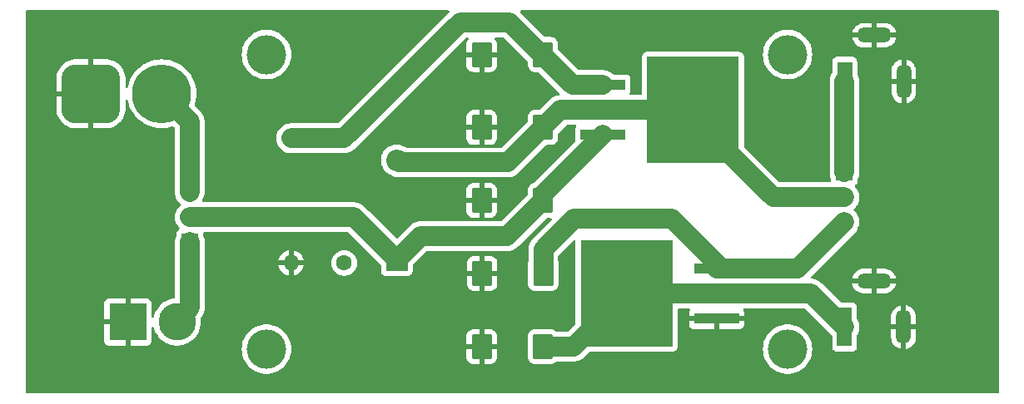
<source format=gtl>
%TF.GenerationSoftware,KiCad,Pcbnew,(6.0.2)*%
%TF.CreationDate,2022-02-24T16:18:32+02:00*%
%TF.ProjectId,PowerPCB,506f7765-7250-4434-922e-6b696361645f,rev?*%
%TF.SameCoordinates,Original*%
%TF.FileFunction,Copper,L1,Top*%
%TF.FilePolarity,Positive*%
%FSLAX46Y46*%
G04 Gerber Fmt 4.6, Leading zero omitted, Abs format (unit mm)*
G04 Created by KiCad (PCBNEW (6.0.2)) date 2022-02-24 16:18:32*
%MOMM*%
%LPD*%
G01*
G04 APERTURE LIST*
G04 Aperture macros list*
%AMRoundRect*
0 Rectangle with rounded corners*
0 $1 Rounding radius*
0 $2 $3 $4 $5 $6 $7 $8 $9 X,Y pos of 4 corners*
0 Add a 4 corners polygon primitive as box body*
4,1,4,$2,$3,$4,$5,$6,$7,$8,$9,$2,$3,0*
0 Add four circle primitives for the rounded corners*
1,1,$1+$1,$2,$3*
1,1,$1+$1,$4,$5*
1,1,$1+$1,$6,$7*
1,1,$1+$1,$8,$9*
0 Add four rect primitives between the rounded corners*
20,1,$1+$1,$2,$3,$4,$5,0*
20,1,$1+$1,$4,$5,$6,$7,0*
20,1,$1+$1,$6,$7,$8,$9,0*
20,1,$1+$1,$8,$9,$2,$3,0*%
G04 Aperture macros list end*
%TA.AperFunction,ComponentPad*%
%ADD10RoundRect,1.500000X-1.500000X-1.500000X1.500000X-1.500000X1.500000X1.500000X-1.500000X1.500000X0*%
%TD*%
%TA.AperFunction,ComponentPad*%
%ADD11C,6.000000*%
%TD*%
%TA.AperFunction,ComponentPad*%
%ADD12O,3.500000X1.500000*%
%TD*%
%TA.AperFunction,ComponentPad*%
%ADD13O,1.500000X3.500000*%
%TD*%
%TA.AperFunction,ComponentPad*%
%ADD14R,1.500000X4.000000*%
%TD*%
%TA.AperFunction,SMDPad,CuDef*%
%ADD15R,4.600000X1.100000*%
%TD*%
%TA.AperFunction,SMDPad,CuDef*%
%ADD16R,9.400000X10.800000*%
%TD*%
%TA.AperFunction,ComponentPad*%
%ADD17R,1.700000X1.700000*%
%TD*%
%TA.AperFunction,ComponentPad*%
%ADD18O,1.700000X1.700000*%
%TD*%
%TA.AperFunction,ComponentPad*%
%ADD19O,1.600000X1.600000*%
%TD*%
%TA.AperFunction,ComponentPad*%
%ADD20C,1.600000*%
%TD*%
%TA.AperFunction,ComponentPad*%
%ADD21C,3.800000*%
%TD*%
%TA.AperFunction,ComponentPad*%
%ADD22R,3.800000X3.800000*%
%TD*%
%TA.AperFunction,ComponentPad*%
%ADD23R,2.200000X2.200000*%
%TD*%
%TA.AperFunction,ComponentPad*%
%ADD24O,2.200000X2.200000*%
%TD*%
%TA.AperFunction,SMDPad,CuDef*%
%ADD25RoundRect,0.250000X0.787500X1.025000X-0.787500X1.025000X-0.787500X-1.025000X0.787500X-1.025000X0*%
%TD*%
%TA.AperFunction,ViaPad*%
%ADD26C,4.000000*%
%TD*%
%TA.AperFunction,Conductor*%
%ADD27C,2.000000*%
%TD*%
%TA.AperFunction,Conductor*%
%ADD28C,0.250000*%
%TD*%
G04 APERTURE END LIST*
D10*
X100150000Y-67000000D03*
D11*
X107350000Y-67000000D03*
D12*
X179810000Y-61040000D03*
D13*
X182810000Y-65740000D03*
D14*
X176810000Y-65740000D03*
D12*
X179790000Y-86060000D03*
D13*
X182790000Y-90760000D03*
D14*
X176790000Y-90760000D03*
D15*
X163775000Y-89890000D03*
D16*
X154625000Y-87350000D03*
D15*
X163775000Y-87350000D03*
X163775000Y-84810000D03*
X152225000Y-71190000D03*
X152225000Y-68650000D03*
D16*
X161375000Y-68650000D03*
D15*
X152225000Y-66110000D03*
D17*
X176790000Y-74985000D03*
D18*
X176790000Y-77525000D03*
X176790000Y-80065000D03*
X110200000Y-77025000D03*
X110200000Y-79565000D03*
D17*
X110200000Y-82105000D03*
D19*
X120500000Y-84225000D03*
D20*
X120500000Y-71525000D03*
X125910000Y-84225000D03*
D19*
X125910000Y-71525000D03*
D21*
X108900000Y-90250000D03*
D22*
X103900000Y-90250000D03*
D23*
X131250000Y-83925000D03*
D24*
X131250000Y-73765000D03*
D25*
X139887500Y-92750000D03*
X146112500Y-92750000D03*
X146157500Y-85312500D03*
X139932500Y-85312500D03*
X139887500Y-77875000D03*
X146112500Y-77875000D03*
X139887500Y-63000000D03*
X146112500Y-63000000D03*
X146112500Y-70437500D03*
X139887500Y-70437500D03*
D26*
X118000000Y-63000000D03*
X118000000Y-93000000D03*
X171000000Y-93000000D03*
X171000000Y-63000000D03*
D27*
X137685000Y-59750000D02*
X125910000Y-71525000D01*
X146112500Y-63000000D02*
X146000000Y-63000000D01*
X146000000Y-63000000D02*
X142750000Y-59750000D01*
X142750000Y-59750000D02*
X137685000Y-59750000D01*
X142550000Y-74000000D02*
X146112500Y-70437500D01*
X131485000Y-74000000D02*
X142550000Y-74000000D01*
X131250000Y-73765000D02*
X131485000Y-74000000D01*
X133675000Y-81500000D02*
X142487500Y-81500000D01*
X131250000Y-83925000D02*
X133675000Y-81500000D01*
X142487500Y-81500000D02*
X146112500Y-77875000D01*
X126890000Y-79565000D02*
X131250000Y-83925000D01*
X110200000Y-79565000D02*
X126890000Y-79565000D01*
X146112500Y-63112500D02*
X146112500Y-63000000D01*
X152225000Y-66110000D02*
X149110000Y-66110000D01*
X149110000Y-66110000D02*
X146112500Y-63112500D01*
X161375000Y-69375000D02*
X161375000Y-68650000D01*
X176790000Y-77525000D02*
X169525000Y-77525000D01*
X169525000Y-77525000D02*
X161375000Y-69375000D01*
X163775000Y-84275000D02*
X163775000Y-84810000D01*
X149250000Y-79750000D02*
X159250000Y-79750000D01*
X146157500Y-82842500D02*
X149250000Y-79750000D01*
X146157500Y-85312500D02*
X146157500Y-82842500D01*
X159250000Y-79750000D02*
X163775000Y-84275000D01*
X110200000Y-88800000D02*
X110200000Y-82105000D01*
X108900000Y-90100000D02*
X110200000Y-88800000D01*
X108900000Y-90250000D02*
X108900000Y-90100000D01*
X110200000Y-69850000D02*
X107350000Y-67000000D01*
X110200000Y-77025000D02*
X110200000Y-69850000D01*
X172045000Y-84810000D02*
X176790000Y-80065000D01*
X163775000Y-84810000D02*
X172045000Y-84810000D01*
X163775000Y-87350000D02*
X173380000Y-87350000D01*
X173380000Y-87350000D02*
X176790000Y-90760000D01*
X154625000Y-87350000D02*
X163775000Y-87350000D01*
X149225000Y-92750000D02*
X154625000Y-87350000D01*
X146112500Y-92750000D02*
X149225000Y-92750000D01*
X146112500Y-77302500D02*
X152225000Y-71190000D01*
X146112500Y-77875000D02*
X146112500Y-77302500D01*
X125910000Y-71525000D02*
X120500000Y-71525000D01*
X147900000Y-68650000D02*
X146112500Y-70437500D01*
X152225000Y-68650000D02*
X147900000Y-68650000D01*
X161375000Y-68650000D02*
X152225000Y-68650000D01*
D28*
X176790000Y-65760000D02*
X176810000Y-65740000D01*
D27*
X176790000Y-74985000D02*
X176790000Y-65760000D01*
D28*
X176810000Y-74965000D02*
X176790000Y-74985000D01*
%TA.AperFunction,Conductor*%
G36*
X136554552Y-58528002D02*
G01*
X136601045Y-58581658D01*
X136611149Y-58651932D01*
X136583794Y-58713977D01*
X136569819Y-58730990D01*
X136561551Y-58740108D01*
X125322064Y-69979595D01*
X125259752Y-70013621D01*
X125232969Y-70016500D01*
X120438999Y-70016500D01*
X120436491Y-70016702D01*
X120436486Y-70016702D01*
X120263076Y-70030654D01*
X120263071Y-70030655D01*
X120258035Y-70031060D01*
X120253127Y-70032266D01*
X120253124Y-70032266D01*
X120027208Y-70087756D01*
X120022294Y-70088963D01*
X120017642Y-70090938D01*
X120017638Y-70090939D01*
X119881829Y-70148587D01*
X119798844Y-70183812D01*
X119756056Y-70210757D01*
X119597712Y-70310472D01*
X119597709Y-70310474D01*
X119593433Y-70313167D01*
X119589639Y-70316512D01*
X119415142Y-70470350D01*
X119415139Y-70470353D01*
X119411345Y-70473698D01*
X119408135Y-70477606D01*
X119408134Y-70477607D01*
X119311475Y-70595283D01*
X119257266Y-70661278D01*
X119135159Y-70871078D01*
X119133346Y-70875801D01*
X119056102Y-71077031D01*
X119048167Y-71097702D01*
X118998526Y-71335320D01*
X118987514Y-71577817D01*
X118988095Y-71582837D01*
X118988095Y-71582841D01*
X119012350Y-71792462D01*
X119015415Y-71818956D01*
X119016791Y-71823820D01*
X119016792Y-71823823D01*
X119029145Y-71867477D01*
X119081510Y-72052532D01*
X119083644Y-72057108D01*
X119083646Y-72057114D01*
X119174233Y-72251379D01*
X119184099Y-72272536D01*
X119320544Y-72473307D01*
X119487332Y-72649681D01*
X119491358Y-72652759D01*
X119491359Y-72652760D01*
X119676154Y-72794047D01*
X119676158Y-72794050D01*
X119680174Y-72797120D01*
X119684632Y-72799510D01*
X119684633Y-72799511D01*
X119776335Y-72848681D01*
X119894109Y-72911831D01*
X120123631Y-72990862D01*
X120222978Y-73008022D01*
X120358926Y-73031504D01*
X120358932Y-73031505D01*
X120362836Y-73032179D01*
X120366797Y-73032359D01*
X120366798Y-73032359D01*
X120390506Y-73033436D01*
X120390525Y-73033436D01*
X120391925Y-73033500D01*
X125885984Y-73033500D01*
X125889502Y-73033549D01*
X125984150Y-73036193D01*
X125984153Y-73036193D01*
X125989205Y-73036334D01*
X126067098Y-73025941D01*
X126073639Y-73025242D01*
X126102332Y-73022933D01*
X126146923Y-73019346D01*
X126146927Y-73019345D01*
X126151965Y-73018940D01*
X126183878Y-73011101D01*
X126197258Y-73008574D01*
X126229820Y-73004229D01*
X126234661Y-73002768D01*
X126234663Y-73002767D01*
X126305029Y-72981522D01*
X126311392Y-72979781D01*
X126387706Y-72961037D01*
X126417952Y-72948199D01*
X126430763Y-72943561D01*
X126457362Y-72935530D01*
X126462208Y-72934067D01*
X126466756Y-72931849D01*
X126466763Y-72931846D01*
X126532818Y-72899629D01*
X126538820Y-72896893D01*
X126583504Y-72877925D01*
X126611156Y-72866188D01*
X126638956Y-72848681D01*
X126650860Y-72842055D01*
X126680388Y-72827654D01*
X126744600Y-72782357D01*
X126750086Y-72778699D01*
X126812286Y-72739529D01*
X126812287Y-72739528D01*
X126816567Y-72736833D01*
X126820356Y-72733492D01*
X126820362Y-72733488D01*
X126841217Y-72715102D01*
X126851912Y-72706656D01*
X126854863Y-72704574D01*
X126878747Y-72687726D01*
X126900250Y-72668091D01*
X126939966Y-72628375D01*
X126945736Y-72622956D01*
X126994858Y-72579650D01*
X126994861Y-72579647D01*
X126998655Y-72576302D01*
X127025179Y-72544011D01*
X127033449Y-72534892D01*
X128058746Y-71509595D01*
X138342001Y-71509595D01*
X138342338Y-71516114D01*
X138352257Y-71611706D01*
X138355149Y-71625100D01*
X138406588Y-71779284D01*
X138412761Y-71792462D01*
X138498063Y-71930307D01*
X138507099Y-71941708D01*
X138621829Y-72056239D01*
X138633240Y-72065251D01*
X138771243Y-72150316D01*
X138784424Y-72156463D01*
X138938710Y-72207638D01*
X138952086Y-72210505D01*
X139046438Y-72220172D01*
X139052854Y-72220500D01*
X139615385Y-72220500D01*
X139630624Y-72216025D01*
X139631829Y-72214635D01*
X139633500Y-72206952D01*
X139633500Y-72202384D01*
X140141500Y-72202384D01*
X140145975Y-72217623D01*
X140147365Y-72218828D01*
X140155048Y-72220499D01*
X140722095Y-72220499D01*
X140728614Y-72220162D01*
X140824206Y-72210243D01*
X140837600Y-72207351D01*
X140991784Y-72155912D01*
X141004962Y-72149739D01*
X141142807Y-72064437D01*
X141154208Y-72055401D01*
X141268739Y-71940671D01*
X141277751Y-71929260D01*
X141362816Y-71791257D01*
X141368963Y-71778076D01*
X141420138Y-71623790D01*
X141423005Y-71610414D01*
X141432672Y-71516062D01*
X141433000Y-71509646D01*
X141433000Y-70709615D01*
X141428525Y-70694376D01*
X141427135Y-70693171D01*
X141419452Y-70691500D01*
X140159615Y-70691500D01*
X140144376Y-70695975D01*
X140143171Y-70697365D01*
X140141500Y-70705048D01*
X140141500Y-72202384D01*
X139633500Y-72202384D01*
X139633500Y-70709615D01*
X139629025Y-70694376D01*
X139627635Y-70693171D01*
X139619952Y-70691500D01*
X138360116Y-70691500D01*
X138344877Y-70695975D01*
X138343672Y-70697365D01*
X138342001Y-70705048D01*
X138342001Y-71509595D01*
X128058746Y-71509595D01*
X129402956Y-70165385D01*
X138342000Y-70165385D01*
X138346475Y-70180624D01*
X138347865Y-70181829D01*
X138355548Y-70183500D01*
X139615385Y-70183500D01*
X139630624Y-70179025D01*
X139631829Y-70177635D01*
X139633500Y-70169952D01*
X139633500Y-70165385D01*
X140141500Y-70165385D01*
X140145975Y-70180624D01*
X140147365Y-70181829D01*
X140155048Y-70183500D01*
X141414884Y-70183500D01*
X141430123Y-70179025D01*
X141431328Y-70177635D01*
X141432999Y-70169952D01*
X141432999Y-69365405D01*
X141432662Y-69358886D01*
X141422743Y-69263294D01*
X141419851Y-69249900D01*
X141368412Y-69095716D01*
X141362239Y-69082538D01*
X141276937Y-68944693D01*
X141267901Y-68933292D01*
X141153171Y-68818761D01*
X141141760Y-68809749D01*
X141003757Y-68724684D01*
X140990576Y-68718537D01*
X140836290Y-68667362D01*
X140822914Y-68664495D01*
X140728562Y-68654828D01*
X140722145Y-68654500D01*
X140159615Y-68654500D01*
X140144376Y-68658975D01*
X140143171Y-68660365D01*
X140141500Y-68668048D01*
X140141500Y-70165385D01*
X139633500Y-70165385D01*
X139633500Y-68672616D01*
X139629025Y-68657377D01*
X139627635Y-68656172D01*
X139619952Y-68654501D01*
X139052905Y-68654501D01*
X139046386Y-68654838D01*
X138950794Y-68664757D01*
X138937400Y-68667649D01*
X138783216Y-68719088D01*
X138770038Y-68725261D01*
X138632193Y-68810563D01*
X138620792Y-68819599D01*
X138506261Y-68934329D01*
X138497249Y-68945740D01*
X138412184Y-69083743D01*
X138406037Y-69096924D01*
X138354862Y-69251210D01*
X138351995Y-69264586D01*
X138342328Y-69358938D01*
X138342000Y-69365355D01*
X138342000Y-70165385D01*
X129402956Y-70165385D01*
X135496246Y-64072095D01*
X138342001Y-64072095D01*
X138342338Y-64078614D01*
X138352257Y-64174206D01*
X138355149Y-64187600D01*
X138406588Y-64341784D01*
X138412761Y-64354962D01*
X138498063Y-64492807D01*
X138507099Y-64504208D01*
X138621829Y-64618739D01*
X138633240Y-64627751D01*
X138771243Y-64712816D01*
X138784424Y-64718963D01*
X138938710Y-64770138D01*
X138952086Y-64773005D01*
X139046438Y-64782672D01*
X139052854Y-64783000D01*
X139615385Y-64783000D01*
X139630624Y-64778525D01*
X139631829Y-64777135D01*
X139633500Y-64769452D01*
X139633500Y-64764884D01*
X140141500Y-64764884D01*
X140145975Y-64780123D01*
X140147365Y-64781328D01*
X140155048Y-64782999D01*
X140722095Y-64782999D01*
X140728614Y-64782662D01*
X140824206Y-64772743D01*
X140837600Y-64769851D01*
X140991784Y-64718412D01*
X141004962Y-64712239D01*
X141142807Y-64626937D01*
X141154208Y-64617901D01*
X141268739Y-64503171D01*
X141277751Y-64491760D01*
X141362816Y-64353757D01*
X141368963Y-64340576D01*
X141420138Y-64186290D01*
X141423005Y-64172914D01*
X141432672Y-64078562D01*
X141433000Y-64072146D01*
X141433000Y-63272115D01*
X141428525Y-63256876D01*
X141427135Y-63255671D01*
X141419452Y-63254000D01*
X140159615Y-63254000D01*
X140144376Y-63258475D01*
X140143171Y-63259865D01*
X140141500Y-63267548D01*
X140141500Y-64764884D01*
X139633500Y-64764884D01*
X139633500Y-63272115D01*
X139629025Y-63256876D01*
X139627635Y-63255671D01*
X139619952Y-63254000D01*
X138360116Y-63254000D01*
X138344877Y-63258475D01*
X138343672Y-63259865D01*
X138342001Y-63267548D01*
X138342001Y-64072095D01*
X135496246Y-64072095D01*
X138272936Y-61295405D01*
X138335248Y-61261379D01*
X138362031Y-61258500D01*
X138440359Y-61258500D01*
X138508480Y-61278502D01*
X138554973Y-61332158D01*
X138565077Y-61402432D01*
X138535583Y-61467012D01*
X138529531Y-61473519D01*
X138506261Y-61496829D01*
X138497249Y-61508240D01*
X138412184Y-61646243D01*
X138406037Y-61659424D01*
X138354862Y-61813710D01*
X138351995Y-61827086D01*
X138342328Y-61921438D01*
X138342000Y-61927855D01*
X138342000Y-62727885D01*
X138346475Y-62743124D01*
X138347865Y-62744329D01*
X138355548Y-62746000D01*
X141414884Y-62746000D01*
X141430123Y-62741525D01*
X141431328Y-62740135D01*
X141432999Y-62732452D01*
X141432999Y-61927905D01*
X141432662Y-61921386D01*
X141422743Y-61825794D01*
X141419851Y-61812400D01*
X141368412Y-61658216D01*
X141362239Y-61645038D01*
X141276937Y-61507193D01*
X141267900Y-61495791D01*
X141245743Y-61473672D01*
X141211665Y-61411389D01*
X141216668Y-61340569D01*
X141259166Y-61283697D01*
X141325665Y-61258829D01*
X141334762Y-61258500D01*
X142072969Y-61258500D01*
X142141090Y-61278502D01*
X142162064Y-61295405D01*
X144529595Y-63662936D01*
X144563621Y-63725248D01*
X144566500Y-63752031D01*
X144566500Y-64075400D01*
X144566837Y-64078646D01*
X144566837Y-64078650D01*
X144576752Y-64174206D01*
X144577474Y-64181166D01*
X144633450Y-64348946D01*
X144726522Y-64499348D01*
X144851697Y-64624305D01*
X144857927Y-64628145D01*
X144857928Y-64628146D01*
X144995288Y-64712816D01*
X145002262Y-64717115D01*
X145082005Y-64743564D01*
X145163611Y-64770632D01*
X145163613Y-64770632D01*
X145170139Y-64772797D01*
X145176975Y-64773497D01*
X145176978Y-64773498D01*
X145220031Y-64777909D01*
X145274600Y-64783500D01*
X145597969Y-64783500D01*
X145666090Y-64803502D01*
X145687064Y-64820405D01*
X147802743Y-66936084D01*
X147836769Y-66998396D01*
X147831704Y-67069211D01*
X147789157Y-67126047D01*
X147723753Y-67150773D01*
X147691571Y-67153362D01*
X147663077Y-67155654D01*
X147663073Y-67155655D01*
X147658035Y-67156060D01*
X147626122Y-67163899D01*
X147612742Y-67166426D01*
X147580180Y-67170771D01*
X147575339Y-67172232D01*
X147575337Y-67172233D01*
X147504971Y-67193478D01*
X147498610Y-67195219D01*
X147422294Y-67213963D01*
X147417634Y-67215941D01*
X147392049Y-67226801D01*
X147379239Y-67231438D01*
X147347792Y-67240933D01*
X147343244Y-67243151D01*
X147343237Y-67243154D01*
X147277182Y-67275371D01*
X147271180Y-67278107D01*
X147226496Y-67297075D01*
X147198844Y-67308812D01*
X147174532Y-67324123D01*
X147171044Y-67326319D01*
X147159140Y-67332945D01*
X147129612Y-67347346D01*
X147125475Y-67350265D01*
X147125474Y-67350265D01*
X147065403Y-67392641D01*
X147059914Y-67396301D01*
X146997714Y-67435471D01*
X146993433Y-67438167D01*
X146989644Y-67441508D01*
X146989638Y-67441512D01*
X146968783Y-67459898D01*
X146958088Y-67468344D01*
X146931253Y-67487274D01*
X146909750Y-67506909D01*
X146870034Y-67546625D01*
X146864264Y-67552044D01*
X146815142Y-67595350D01*
X146815139Y-67595353D01*
X146811345Y-67598698D01*
X146808135Y-67602606D01*
X146808134Y-67602607D01*
X146784821Y-67630989D01*
X146776551Y-67640108D01*
X145799564Y-68617095D01*
X145737252Y-68651121D01*
X145710469Y-68654000D01*
X145274600Y-68654000D01*
X145271354Y-68654337D01*
X145271350Y-68654337D01*
X145175692Y-68664262D01*
X145175688Y-68664263D01*
X145168834Y-68664974D01*
X145162298Y-68667155D01*
X145162296Y-68667155D01*
X145030194Y-68711228D01*
X145001054Y-68720950D01*
X144850652Y-68814022D01*
X144725695Y-68939197D01*
X144721855Y-68945427D01*
X144721854Y-68945428D01*
X144639142Y-69079612D01*
X144632885Y-69089762D01*
X144577203Y-69257639D01*
X144566500Y-69362100D01*
X144566500Y-69797969D01*
X144546498Y-69866090D01*
X144529595Y-69887064D01*
X141962064Y-72454595D01*
X141899752Y-72488621D01*
X141872969Y-72491500D01*
X132282125Y-72491500D01*
X132214004Y-72471498D01*
X132206206Y-72465704D01*
X132206141Y-72465794D01*
X132202141Y-72462888D01*
X132198376Y-72459672D01*
X131982502Y-72327384D01*
X131977932Y-72325491D01*
X131977928Y-72325489D01*
X131753164Y-72232389D01*
X131753162Y-72232388D01*
X131748591Y-72230495D01*
X131653384Y-72207638D01*
X131507216Y-72172546D01*
X131507210Y-72172545D01*
X131502403Y-72171391D01*
X131250000Y-72151526D01*
X130997597Y-72171391D01*
X130992790Y-72172545D01*
X130992784Y-72172546D01*
X130846616Y-72207638D01*
X130751409Y-72230495D01*
X130746838Y-72232388D01*
X130746836Y-72232389D01*
X130522072Y-72325489D01*
X130522068Y-72325491D01*
X130517498Y-72327384D01*
X130301624Y-72459672D01*
X130109102Y-72624102D01*
X129944672Y-72816624D01*
X129812384Y-73032498D01*
X129715495Y-73266409D01*
X129656391Y-73512597D01*
X129636526Y-73765000D01*
X129656391Y-74017403D01*
X129657545Y-74022210D01*
X129657546Y-74022216D01*
X129676588Y-74101531D01*
X129715495Y-74263591D01*
X129717388Y-74268162D01*
X129717389Y-74268164D01*
X129725729Y-74288297D01*
X129812384Y-74497502D01*
X129944672Y-74713376D01*
X130109102Y-74905898D01*
X130301624Y-75070328D01*
X130517498Y-75202616D01*
X130522068Y-75204509D01*
X130522072Y-75204511D01*
X130626161Y-75247626D01*
X130654469Y-75263936D01*
X130661156Y-75269048D01*
X130665174Y-75272120D01*
X130669626Y-75274507D01*
X130669632Y-75274511D01*
X130716676Y-75299735D01*
X130726255Y-75304871D01*
X130734401Y-75309239D01*
X130740126Y-75312504D01*
X130807358Y-75353221D01*
X130837817Y-75365527D01*
X130850158Y-75371307D01*
X130879109Y-75386831D01*
X130883890Y-75388477D01*
X130883894Y-75388479D01*
X130953401Y-75412412D01*
X130959579Y-75414722D01*
X130973962Y-75420533D01*
X131032429Y-75444155D01*
X131037369Y-75445277D01*
X131037368Y-75445277D01*
X131064460Y-75451432D01*
X131077559Y-75455163D01*
X131108631Y-75465862D01*
X131186100Y-75479243D01*
X131192504Y-75480523D01*
X131269144Y-75497935D01*
X131301953Y-75499999D01*
X131315453Y-75501585D01*
X131347836Y-75507179D01*
X131351793Y-75507359D01*
X131351796Y-75507359D01*
X131375506Y-75508436D01*
X131375525Y-75508436D01*
X131376925Y-75508500D01*
X131433107Y-75508500D01*
X131441018Y-75508749D01*
X131511412Y-75513178D01*
X131552991Y-75509101D01*
X131565287Y-75508500D01*
X142525984Y-75508500D01*
X142529502Y-75508549D01*
X142624150Y-75511193D01*
X142624153Y-75511193D01*
X142629205Y-75511334D01*
X142707098Y-75500941D01*
X142713639Y-75500242D01*
X142742332Y-75497933D01*
X142786923Y-75494346D01*
X142786927Y-75494345D01*
X142791965Y-75493940D01*
X142823878Y-75486101D01*
X142837258Y-75483574D01*
X142869820Y-75479229D01*
X142874661Y-75477768D01*
X142874663Y-75477767D01*
X142945029Y-75456522D01*
X142951392Y-75454781D01*
X142965027Y-75451432D01*
X143027706Y-75436037D01*
X143057952Y-75423199D01*
X143070763Y-75418561D01*
X143097362Y-75410530D01*
X143102208Y-75409067D01*
X143106756Y-75406849D01*
X143106763Y-75406846D01*
X143172818Y-75374629D01*
X143178820Y-75371893D01*
X143228978Y-75350602D01*
X143251156Y-75341188D01*
X143278956Y-75323681D01*
X143290860Y-75317055D01*
X143320388Y-75302654D01*
X143384600Y-75257357D01*
X143390086Y-75253699D01*
X143452286Y-75214529D01*
X143452287Y-75214528D01*
X143456567Y-75211833D01*
X143460356Y-75208492D01*
X143460362Y-75208488D01*
X143481217Y-75190102D01*
X143491912Y-75181656D01*
X143494863Y-75179574D01*
X143518747Y-75162726D01*
X143540250Y-75143091D01*
X143579966Y-75103375D01*
X143585736Y-75097956D01*
X143634858Y-75054650D01*
X143634861Y-75054647D01*
X143638655Y-75051302D01*
X143665179Y-75019011D01*
X143673449Y-75009892D01*
X146425436Y-72257905D01*
X146487748Y-72223879D01*
X146514531Y-72221000D01*
X146950400Y-72221000D01*
X146953646Y-72220663D01*
X146953650Y-72220663D01*
X147049308Y-72210738D01*
X147049312Y-72210737D01*
X147056166Y-72210026D01*
X147062702Y-72207845D01*
X147062704Y-72207845D01*
X147216998Y-72156368D01*
X147223946Y-72154050D01*
X147374348Y-72060978D01*
X147499305Y-71935803D01*
X147541422Y-71867477D01*
X147588275Y-71791468D01*
X147588276Y-71791466D01*
X147592115Y-71785238D01*
X147647797Y-71617361D01*
X147652367Y-71572763D01*
X147652909Y-71567469D01*
X147658500Y-71512900D01*
X147658500Y-71077031D01*
X147678502Y-71008910D01*
X147695405Y-70987936D01*
X148487936Y-70195405D01*
X148550248Y-70161379D01*
X148577031Y-70158500D01*
X149398464Y-70158500D01*
X149466585Y-70178502D01*
X149513078Y-70232158D01*
X149523182Y-70302432D01*
X149499289Y-70360065D01*
X149474385Y-70393295D01*
X149423255Y-70529684D01*
X149416500Y-70591866D01*
X149416500Y-71788134D01*
X149416869Y-71791528D01*
X149417528Y-71797595D01*
X149405001Y-71867477D01*
X149381360Y-71900299D01*
X145205389Y-76076270D01*
X145156170Y-76106699D01*
X145001054Y-76158450D01*
X144850652Y-76251522D01*
X144725695Y-76376697D01*
X144632885Y-76527262D01*
X144577203Y-76695139D01*
X144566500Y-76799600D01*
X144566500Y-77235469D01*
X144546498Y-77303590D01*
X144529595Y-77324564D01*
X141899564Y-79954595D01*
X141837252Y-79988621D01*
X141810469Y-79991500D01*
X133699016Y-79991500D01*
X133695498Y-79991451D01*
X133600850Y-79988807D01*
X133600847Y-79988807D01*
X133595795Y-79988666D01*
X133517902Y-79999059D01*
X133511361Y-79999758D01*
X133482668Y-80002067D01*
X133438077Y-80005654D01*
X133438073Y-80005655D01*
X133433035Y-80006060D01*
X133401122Y-80013899D01*
X133387742Y-80016426D01*
X133355180Y-80020771D01*
X133350339Y-80022232D01*
X133350337Y-80022233D01*
X133279971Y-80043478D01*
X133273610Y-80045219D01*
X133197294Y-80063963D01*
X133192634Y-80065941D01*
X133167049Y-80076801D01*
X133154239Y-80081438D01*
X133122792Y-80090933D01*
X133118244Y-80093151D01*
X133118237Y-80093154D01*
X133052182Y-80125371D01*
X133046180Y-80128107D01*
X133001496Y-80147074D01*
X132973844Y-80158812D01*
X132949532Y-80174123D01*
X132946044Y-80176319D01*
X132934140Y-80182945D01*
X132904612Y-80197346D01*
X132900475Y-80200265D01*
X132900474Y-80200265D01*
X132840403Y-80242641D01*
X132834914Y-80246301D01*
X132772714Y-80285471D01*
X132768433Y-80288167D01*
X132764644Y-80291508D01*
X132764638Y-80291512D01*
X132743783Y-80309898D01*
X132733088Y-80318344D01*
X132706253Y-80337274D01*
X132684750Y-80356909D01*
X132645034Y-80396625D01*
X132639264Y-80402044D01*
X132590142Y-80445350D01*
X132590139Y-80445353D01*
X132586345Y-80448698D01*
X132583135Y-80452606D01*
X132583134Y-80452607D01*
X132559821Y-80480989D01*
X132551551Y-80490108D01*
X131339095Y-81702564D01*
X131276783Y-81736590D01*
X131205968Y-81731525D01*
X131160905Y-81702564D01*
X128405436Y-78947095D01*
X138342001Y-78947095D01*
X138342338Y-78953614D01*
X138352257Y-79049206D01*
X138355149Y-79062600D01*
X138406588Y-79216784D01*
X138412761Y-79229962D01*
X138498063Y-79367807D01*
X138507099Y-79379208D01*
X138621829Y-79493739D01*
X138633240Y-79502751D01*
X138771243Y-79587816D01*
X138784424Y-79593963D01*
X138938710Y-79645138D01*
X138952086Y-79648005D01*
X139046438Y-79657672D01*
X139052854Y-79658000D01*
X139615385Y-79658000D01*
X139630624Y-79653525D01*
X139631829Y-79652135D01*
X139633500Y-79644452D01*
X139633500Y-79639884D01*
X140141500Y-79639884D01*
X140145975Y-79655123D01*
X140147365Y-79656328D01*
X140155048Y-79657999D01*
X140722095Y-79657999D01*
X140728614Y-79657662D01*
X140824206Y-79647743D01*
X140837600Y-79644851D01*
X140991784Y-79593412D01*
X141004962Y-79587239D01*
X141142807Y-79501937D01*
X141154208Y-79492901D01*
X141268739Y-79378171D01*
X141277751Y-79366760D01*
X141362816Y-79228757D01*
X141368963Y-79215576D01*
X141420138Y-79061290D01*
X141423005Y-79047914D01*
X141432672Y-78953562D01*
X141433000Y-78947146D01*
X141433000Y-78147115D01*
X141428525Y-78131876D01*
X141427135Y-78130671D01*
X141419452Y-78129000D01*
X140159615Y-78129000D01*
X140144376Y-78133475D01*
X140143171Y-78134865D01*
X140141500Y-78142548D01*
X140141500Y-79639884D01*
X139633500Y-79639884D01*
X139633500Y-78147115D01*
X139629025Y-78131876D01*
X139627635Y-78130671D01*
X139619952Y-78129000D01*
X138360116Y-78129000D01*
X138344877Y-78133475D01*
X138343672Y-78134865D01*
X138342001Y-78142548D01*
X138342001Y-78947095D01*
X128405436Y-78947095D01*
X127973675Y-78515334D01*
X127971221Y-78512812D01*
X127906138Y-78443988D01*
X127906135Y-78443986D01*
X127902668Y-78440319D01*
X127840239Y-78392589D01*
X127835108Y-78388448D01*
X127779133Y-78340809D01*
X127779132Y-78340808D01*
X127775280Y-78337530D01*
X127770955Y-78334911D01*
X127770950Y-78334907D01*
X127747176Y-78320509D01*
X127735929Y-78312837D01*
X127709826Y-78292880D01*
X127640592Y-78255757D01*
X127634868Y-78252493D01*
X127567642Y-78211779D01*
X127537181Y-78199472D01*
X127524841Y-78193692D01*
X127495891Y-78178169D01*
X127491110Y-78176523D01*
X127491106Y-78176521D01*
X127421599Y-78152588D01*
X127415421Y-78150278D01*
X127347266Y-78122742D01*
X127347267Y-78122742D01*
X127342571Y-78120845D01*
X127310539Y-78113568D01*
X127297441Y-78109837D01*
X127266369Y-78099138D01*
X127188900Y-78085757D01*
X127182496Y-78084477D01*
X127105856Y-78067065D01*
X127073047Y-78065001D01*
X127059547Y-78063415D01*
X127027164Y-78057821D01*
X127023207Y-78057641D01*
X127023204Y-78057641D01*
X126999494Y-78056564D01*
X126999475Y-78056564D01*
X126998075Y-78056500D01*
X126941892Y-78056500D01*
X126933980Y-78056251D01*
X126928386Y-78055899D01*
X126863587Y-78051822D01*
X126824545Y-78055650D01*
X126822008Y-78055899D01*
X126809712Y-78056500D01*
X111565224Y-78056500D01*
X111497103Y-78036498D01*
X111450610Y-77982842D01*
X111440506Y-77912568D01*
X111465127Y-77853973D01*
X111472120Y-77844826D01*
X111586831Y-77630891D01*
X111596474Y-77602885D01*
X138342000Y-77602885D01*
X138346475Y-77618124D01*
X138347865Y-77619329D01*
X138355548Y-77621000D01*
X139615385Y-77621000D01*
X139630624Y-77616525D01*
X139631829Y-77615135D01*
X139633500Y-77607452D01*
X139633500Y-77602885D01*
X140141500Y-77602885D01*
X140145975Y-77618124D01*
X140147365Y-77619329D01*
X140155048Y-77621000D01*
X141414884Y-77621000D01*
X141430123Y-77616525D01*
X141431328Y-77615135D01*
X141432999Y-77607452D01*
X141432999Y-76802905D01*
X141432662Y-76796386D01*
X141422743Y-76700794D01*
X141419851Y-76687400D01*
X141368412Y-76533216D01*
X141362239Y-76520038D01*
X141276937Y-76382193D01*
X141267901Y-76370792D01*
X141153171Y-76256261D01*
X141141760Y-76247249D01*
X141003757Y-76162184D01*
X140990576Y-76156037D01*
X140836290Y-76104862D01*
X140822914Y-76101995D01*
X140728562Y-76092328D01*
X140722145Y-76092000D01*
X140159615Y-76092000D01*
X140144376Y-76096475D01*
X140143171Y-76097865D01*
X140141500Y-76105548D01*
X140141500Y-77602885D01*
X139633500Y-77602885D01*
X139633500Y-76110116D01*
X139629025Y-76094877D01*
X139627635Y-76093672D01*
X139619952Y-76092001D01*
X139052905Y-76092001D01*
X139046386Y-76092338D01*
X138950794Y-76102257D01*
X138937400Y-76105149D01*
X138783216Y-76156588D01*
X138770038Y-76162761D01*
X138632193Y-76248063D01*
X138620792Y-76257099D01*
X138506261Y-76371829D01*
X138497249Y-76383240D01*
X138412184Y-76521243D01*
X138406037Y-76534424D01*
X138354862Y-76688710D01*
X138351995Y-76702086D01*
X138342328Y-76796438D01*
X138342000Y-76802855D01*
X138342000Y-77602885D01*
X111596474Y-77602885D01*
X111665862Y-77401369D01*
X111707179Y-77162164D01*
X111708500Y-77133075D01*
X111708500Y-69874016D01*
X111708549Y-69870498D01*
X111711193Y-69775850D01*
X111711193Y-69775847D01*
X111711334Y-69770795D01*
X111700941Y-69692902D01*
X111700241Y-69686353D01*
X111694346Y-69613077D01*
X111694345Y-69613073D01*
X111693940Y-69608035D01*
X111686101Y-69576122D01*
X111683573Y-69562738D01*
X111679898Y-69535194D01*
X111679229Y-69530180D01*
X111677767Y-69525337D01*
X111656522Y-69454971D01*
X111654781Y-69448608D01*
X111637244Y-69377209D01*
X111636037Y-69372294D01*
X111623199Y-69342048D01*
X111618561Y-69329237D01*
X111610530Y-69302638D01*
X111609067Y-69297792D01*
X111606849Y-69293244D01*
X111606846Y-69293237D01*
X111574629Y-69227182D01*
X111571893Y-69221180D01*
X111543162Y-69153495D01*
X111541188Y-69148844D01*
X111523681Y-69121044D01*
X111517052Y-69109134D01*
X111511097Y-69096924D01*
X111502654Y-69079612D01*
X111457357Y-69015400D01*
X111453699Y-69009914D01*
X111414529Y-68947714D01*
X111414528Y-68947713D01*
X111411833Y-68943433D01*
X111408492Y-68939644D01*
X111408488Y-68939638D01*
X111390102Y-68918783D01*
X111381656Y-68908088D01*
X111365009Y-68884490D01*
X111362726Y-68881253D01*
X111343091Y-68859750D01*
X111303375Y-68820034D01*
X111297956Y-68814264D01*
X111254650Y-68765142D01*
X111254647Y-68765139D01*
X111251302Y-68761345D01*
X111219011Y-68734821D01*
X111209892Y-68726551D01*
X110715283Y-68231942D01*
X110681257Y-68169630D01*
X110686748Y-68097690D01*
X110690175Y-68088764D01*
X110691361Y-68085674D01*
X110786541Y-67730459D01*
X110832306Y-67441512D01*
X110843555Y-67370489D01*
X110843556Y-67370481D01*
X110844069Y-67367241D01*
X110863315Y-67000000D01*
X110844069Y-66632759D01*
X110786541Y-66269541D01*
X110691361Y-65914326D01*
X110559573Y-65571006D01*
X110468071Y-65391424D01*
X110394119Y-65246284D01*
X110394115Y-65246277D01*
X110392620Y-65243343D01*
X110337779Y-65158894D01*
X110194134Y-64937700D01*
X110192332Y-64934925D01*
X109960902Y-64649133D01*
X109700867Y-64389098D01*
X109415075Y-64157668D01*
X109283304Y-64072095D01*
X109109427Y-63959178D01*
X109109424Y-63959176D01*
X109106658Y-63957380D01*
X109103724Y-63955885D01*
X109103717Y-63955881D01*
X108781934Y-63791925D01*
X108778994Y-63790427D01*
X108531135Y-63695283D01*
X108438764Y-63659825D01*
X108438762Y-63659824D01*
X108435674Y-63658639D01*
X108080459Y-63563459D01*
X107887442Y-63532888D01*
X107720489Y-63506445D01*
X107720481Y-63506444D01*
X107717241Y-63505931D01*
X107350000Y-63486685D01*
X106982759Y-63505931D01*
X106979519Y-63506444D01*
X106979511Y-63506445D01*
X106812558Y-63532888D01*
X106619541Y-63563459D01*
X106264326Y-63658639D01*
X106261238Y-63659824D01*
X106261236Y-63659825D01*
X106168865Y-63695283D01*
X105921006Y-63790427D01*
X105918066Y-63791925D01*
X105596284Y-63955881D01*
X105596277Y-63955885D01*
X105593343Y-63957380D01*
X105590577Y-63959176D01*
X105590574Y-63959178D01*
X105416636Y-64072134D01*
X105284925Y-64157668D01*
X104999133Y-64389098D01*
X104739098Y-64649133D01*
X104507668Y-64934925D01*
X104505866Y-64937700D01*
X104362222Y-65158894D01*
X104307380Y-65243343D01*
X104305885Y-65246277D01*
X104305881Y-65246284D01*
X104231929Y-65391424D01*
X104140427Y-65571006D01*
X104008639Y-65914326D01*
X103913459Y-66269541D01*
X103912944Y-66272793D01*
X103912942Y-66272802D01*
X103908448Y-66301178D01*
X103878035Y-66365331D01*
X103817767Y-66402858D01*
X103746777Y-66401844D01*
X103687606Y-66362611D01*
X103659038Y-66297615D01*
X103657999Y-66281467D01*
X103657999Y-65389086D01*
X103657939Y-65386328D01*
X103655399Y-65328145D01*
X103654683Y-65321028D01*
X103612001Y-65051547D01*
X103610022Y-65042977D01*
X103530496Y-64782857D01*
X103527345Y-64774647D01*
X103412387Y-64528118D01*
X103408124Y-64520428D01*
X103259976Y-64292300D01*
X103254686Y-64285281D01*
X103076217Y-64079976D01*
X103070024Y-64073783D01*
X102864719Y-63895314D01*
X102857700Y-63890024D01*
X102629572Y-63741876D01*
X102621882Y-63737613D01*
X102375353Y-63622655D01*
X102367143Y-63619504D01*
X102107023Y-63539978D01*
X102098453Y-63537999D01*
X101828956Y-63495315D01*
X101821872Y-63494601D01*
X101763669Y-63492060D01*
X101760917Y-63492000D01*
X100422115Y-63492000D01*
X100406876Y-63496475D01*
X100405671Y-63497865D01*
X100404000Y-63505548D01*
X100404000Y-70489884D01*
X100408475Y-70505123D01*
X100409865Y-70506328D01*
X100417548Y-70507999D01*
X101760915Y-70507999D01*
X101763672Y-70507939D01*
X101821855Y-70505399D01*
X101828972Y-70504683D01*
X102098453Y-70462001D01*
X102107023Y-70460022D01*
X102367143Y-70380496D01*
X102375353Y-70377345D01*
X102621882Y-70262387D01*
X102629572Y-70258124D01*
X102857700Y-70109976D01*
X102864719Y-70104686D01*
X103070024Y-69926217D01*
X103076217Y-69920024D01*
X103254686Y-69714719D01*
X103259976Y-69707700D01*
X103408124Y-69479572D01*
X103412387Y-69471882D01*
X103527345Y-69225353D01*
X103530496Y-69217143D01*
X103610022Y-68957023D01*
X103612001Y-68948453D01*
X103654685Y-68678956D01*
X103655399Y-68671872D01*
X103657940Y-68613669D01*
X103658000Y-68610917D01*
X103658000Y-67718536D01*
X103678002Y-67650415D01*
X103731658Y-67603922D01*
X103801932Y-67593818D01*
X103866512Y-67623312D01*
X103904896Y-67683038D01*
X103908449Y-67698827D01*
X103912941Y-67727193D01*
X103912944Y-67727206D01*
X103913459Y-67730459D01*
X104008639Y-68085674D01*
X104009824Y-68088760D01*
X104009825Y-68088764D01*
X104040867Y-68169630D01*
X104140427Y-68428994D01*
X104141925Y-68431934D01*
X104291383Y-68725261D01*
X104307380Y-68756657D01*
X104309176Y-68759423D01*
X104309178Y-68759426D01*
X104347998Y-68819204D01*
X104507668Y-69065075D01*
X104739098Y-69350867D01*
X104999133Y-69610902D01*
X105284925Y-69842332D01*
X105287700Y-69844134D01*
X105553432Y-70016702D01*
X105593342Y-70042620D01*
X105596276Y-70044115D01*
X105596283Y-70044119D01*
X105861052Y-70179025D01*
X105921006Y-70209573D01*
X106095980Y-70276739D01*
X106252309Y-70336748D01*
X106264326Y-70341361D01*
X106619541Y-70436541D01*
X106812558Y-70467112D01*
X106979511Y-70493555D01*
X106979519Y-70493556D01*
X106982759Y-70494069D01*
X107350000Y-70513315D01*
X107717241Y-70494069D01*
X107720481Y-70493556D01*
X107720489Y-70493555D01*
X107887442Y-70467112D01*
X108080459Y-70436541D01*
X108435674Y-70341361D01*
X108447692Y-70336748D01*
X108518454Y-70331007D01*
X108581942Y-70365283D01*
X108654595Y-70437936D01*
X108688621Y-70500248D01*
X108691500Y-70527031D01*
X108691500Y-77086001D01*
X108691702Y-77088509D01*
X108691702Y-77088514D01*
X108703170Y-77231044D01*
X108706060Y-77266965D01*
X108707266Y-77271873D01*
X108707266Y-77271876D01*
X108737846Y-77396377D01*
X108763963Y-77502706D01*
X108765938Y-77507358D01*
X108765939Y-77507362D01*
X108808425Y-77607452D01*
X108858812Y-77726156D01*
X108861510Y-77730440D01*
X108976203Y-77912568D01*
X108988167Y-77931567D01*
X109028367Y-77977166D01*
X109145350Y-78109858D01*
X109145353Y-78109861D01*
X109148698Y-78113655D01*
X109152606Y-78116865D01*
X109152607Y-78116866D01*
X109249860Y-78196750D01*
X109289803Y-78255445D01*
X109291673Y-78326417D01*
X109253209Y-78388629D01*
X109248714Y-78392592D01*
X109115142Y-78510350D01*
X109115139Y-78510353D01*
X109111345Y-78513698D01*
X109108135Y-78517606D01*
X109108134Y-78517607D01*
X109002671Y-78646001D01*
X108957266Y-78701278D01*
X108934666Y-78740108D01*
X108839297Y-78903969D01*
X108835159Y-78911078D01*
X108833346Y-78915801D01*
X108759892Y-79107158D01*
X108748167Y-79137702D01*
X108747133Y-79142652D01*
X108747132Y-79142655D01*
X108700096Y-79367807D01*
X108698526Y-79375320D01*
X108687514Y-79617817D01*
X108688095Y-79622837D01*
X108688095Y-79622841D01*
X108708828Y-79802025D01*
X108715415Y-79858956D01*
X108716791Y-79863820D01*
X108716792Y-79863823D01*
X108719557Y-79873595D01*
X108781510Y-80092532D01*
X108783644Y-80097108D01*
X108783646Y-80097114D01*
X108874295Y-80291512D01*
X108884099Y-80312536D01*
X108886940Y-80316717D01*
X108886941Y-80316718D01*
X108900911Y-80337274D01*
X109020544Y-80513307D01*
X109024023Y-80516986D01*
X109024027Y-80516991D01*
X109118874Y-80617289D01*
X109151146Y-80680527D01*
X109144106Y-80751174D01*
X109102891Y-80804687D01*
X108986739Y-80891739D01*
X108899385Y-81008295D01*
X108848255Y-81144684D01*
X108841500Y-81206866D01*
X108841500Y-81414624D01*
X108826545Y-81474164D01*
X108813169Y-81499109D01*
X108734138Y-81728631D01*
X108717257Y-81826362D01*
X108693907Y-81961550D01*
X108692821Y-81967836D01*
X108691500Y-81996925D01*
X108691500Y-87737614D01*
X108671498Y-87805735D01*
X108617842Y-87852228D01*
X108581294Y-87862620D01*
X108447800Y-87879484D01*
X108154261Y-87954851D01*
X108150592Y-87956304D01*
X108150591Y-87956304D01*
X107876157Y-88064960D01*
X107876152Y-88064962D01*
X107872483Y-88066415D01*
X107606910Y-88212416D01*
X107361729Y-88390550D01*
X107140808Y-88598008D01*
X107035026Y-88725877D01*
X106999723Y-88768551D01*
X106947630Y-88831520D01*
X106785242Y-89087402D01*
X106768916Y-89122097D01*
X106673372Y-89325140D01*
X106656206Y-89361619D01*
X106562555Y-89649846D01*
X106561812Y-89653742D01*
X106561811Y-89653745D01*
X106557767Y-89674945D01*
X106525354Y-89738111D01*
X106463936Y-89773726D01*
X106393014Y-89770482D01*
X106335104Y-89729409D01*
X106308592Y-89663548D01*
X106307999Y-89651334D01*
X106307999Y-88305331D01*
X106307629Y-88298510D01*
X106302105Y-88247648D01*
X106298479Y-88232396D01*
X106253324Y-88111946D01*
X106244786Y-88096351D01*
X106168285Y-87994276D01*
X106155724Y-87981715D01*
X106053649Y-87905214D01*
X106038054Y-87896676D01*
X105917606Y-87851522D01*
X105902351Y-87847895D01*
X105851486Y-87842369D01*
X105844672Y-87842000D01*
X104172115Y-87842000D01*
X104156876Y-87846475D01*
X104155671Y-87847865D01*
X104154000Y-87855548D01*
X104154000Y-92639884D01*
X104158475Y-92655123D01*
X104159865Y-92656328D01*
X104167548Y-92657999D01*
X105844669Y-92657999D01*
X105851490Y-92657629D01*
X105902352Y-92652105D01*
X105917604Y-92648479D01*
X106038054Y-92603324D01*
X106053649Y-92594786D01*
X106155724Y-92518285D01*
X106168285Y-92505724D01*
X106244786Y-92403649D01*
X106253324Y-92388054D01*
X106298478Y-92267606D01*
X106302105Y-92252351D01*
X106307631Y-92201486D01*
X106308000Y-92194672D01*
X106308000Y-90848668D01*
X106328002Y-90780547D01*
X106381658Y-90734054D01*
X106451932Y-90723950D01*
X106516512Y-90753444D01*
X106554896Y-90813170D01*
X106557767Y-90825056D01*
X106562555Y-90850154D01*
X106563782Y-90853930D01*
X106654037Y-91131704D01*
X106656206Y-91138381D01*
X106657893Y-91141967D01*
X106657895Y-91141971D01*
X106687364Y-91204595D01*
X106785242Y-91412598D01*
X106947630Y-91668480D01*
X106950149Y-91671525D01*
X106950152Y-91671529D01*
X107006070Y-91739121D01*
X107140808Y-91901992D01*
X107361729Y-92109450D01*
X107606910Y-92287584D01*
X107610379Y-92289491D01*
X107610382Y-92289493D01*
X107765787Y-92374928D01*
X107872483Y-92433585D01*
X107876152Y-92435038D01*
X107876157Y-92435040D01*
X108150591Y-92543696D01*
X108154261Y-92545149D01*
X108447800Y-92620516D01*
X108748470Y-92658500D01*
X109051530Y-92658500D01*
X109352200Y-92620516D01*
X109645739Y-92545149D01*
X109649409Y-92543696D01*
X109923843Y-92435040D01*
X109923848Y-92435038D01*
X109927517Y-92433585D01*
X110034213Y-92374928D01*
X110189618Y-92289493D01*
X110189621Y-92289491D01*
X110193090Y-92287584D01*
X110438271Y-92109450D01*
X110659192Y-91901992D01*
X110793930Y-91739121D01*
X110849848Y-91671529D01*
X110849851Y-91671525D01*
X110852370Y-91668480D01*
X111014758Y-91412598D01*
X111112636Y-91204595D01*
X111142105Y-91141971D01*
X111142107Y-91141967D01*
X111143794Y-91138381D01*
X111145964Y-91131704D01*
X111236218Y-90853930D01*
X111237445Y-90850154D01*
X111294233Y-90552462D01*
X111313262Y-90250000D01*
X111294233Y-89947538D01*
X111289950Y-89925086D01*
X111296835Y-89854425D01*
X111320084Y-89817168D01*
X111321011Y-89816139D01*
X111324681Y-89812668D01*
X111372411Y-89750239D01*
X111376552Y-89745108D01*
X111424191Y-89689133D01*
X111424192Y-89689132D01*
X111427470Y-89685280D01*
X111430089Y-89680955D01*
X111430093Y-89680950D01*
X111444491Y-89657176D01*
X111452163Y-89645929D01*
X111472120Y-89619826D01*
X111509243Y-89550592D01*
X111512507Y-89544868D01*
X111550601Y-89481968D01*
X111553221Y-89477642D01*
X111555116Y-89472953D01*
X111555119Y-89472946D01*
X111565533Y-89447172D01*
X111571312Y-89434836D01*
X111584440Y-89410351D01*
X111584442Y-89410347D01*
X111586831Y-89405891D01*
X111612405Y-89331619D01*
X111614715Y-89325439D01*
X111642263Y-89257257D01*
X111642264Y-89257254D01*
X111644156Y-89252571D01*
X111651436Y-89220529D01*
X111655169Y-89207425D01*
X111664216Y-89181149D01*
X111665862Y-89176369D01*
X111666722Y-89171389D01*
X111666725Y-89171378D01*
X111679238Y-89098935D01*
X111680530Y-89092467D01*
X111696815Y-89020788D01*
X111696816Y-89020779D01*
X111697935Y-89015855D01*
X111699999Y-88983049D01*
X111701586Y-88969545D01*
X111707179Y-88937164D01*
X111707359Y-88933204D01*
X111708436Y-88909494D01*
X111708436Y-88909475D01*
X111708500Y-88908075D01*
X111708500Y-88851892D01*
X111708749Y-88843980D01*
X111712860Y-88778641D01*
X111713178Y-88773587D01*
X111709101Y-88732006D01*
X111708500Y-88719711D01*
X111708500Y-86384595D01*
X138387001Y-86384595D01*
X138387338Y-86391114D01*
X138397257Y-86486706D01*
X138400149Y-86500100D01*
X138451588Y-86654284D01*
X138457761Y-86667462D01*
X138543063Y-86805307D01*
X138552099Y-86816708D01*
X138666829Y-86931239D01*
X138678240Y-86940251D01*
X138816243Y-87025316D01*
X138829424Y-87031463D01*
X138983710Y-87082638D01*
X138997086Y-87085505D01*
X139091438Y-87095172D01*
X139097854Y-87095500D01*
X139660385Y-87095500D01*
X139675624Y-87091025D01*
X139676829Y-87089635D01*
X139678500Y-87081952D01*
X139678500Y-87077384D01*
X140186500Y-87077384D01*
X140190975Y-87092623D01*
X140192365Y-87093828D01*
X140200048Y-87095499D01*
X140767095Y-87095499D01*
X140773614Y-87095162D01*
X140869206Y-87085243D01*
X140882600Y-87082351D01*
X141036784Y-87030912D01*
X141049962Y-87024739D01*
X141187807Y-86939437D01*
X141199208Y-86930401D01*
X141313739Y-86815671D01*
X141322751Y-86804260D01*
X141407816Y-86666257D01*
X141413963Y-86653076D01*
X141465138Y-86498790D01*
X141468005Y-86485414D01*
X141477672Y-86391062D01*
X141478000Y-86384646D01*
X141478000Y-85584615D01*
X141473525Y-85569376D01*
X141472135Y-85568171D01*
X141464452Y-85566500D01*
X140204615Y-85566500D01*
X140189376Y-85570975D01*
X140188171Y-85572365D01*
X140186500Y-85580048D01*
X140186500Y-87077384D01*
X139678500Y-87077384D01*
X139678500Y-85584615D01*
X139674025Y-85569376D01*
X139672635Y-85568171D01*
X139664952Y-85566500D01*
X138405116Y-85566500D01*
X138389877Y-85570975D01*
X138388672Y-85572365D01*
X138387001Y-85580048D01*
X138387001Y-86384595D01*
X111708500Y-86384595D01*
X111708500Y-84491522D01*
X119217273Y-84491522D01*
X119264764Y-84668761D01*
X119268510Y-84679053D01*
X119360586Y-84876511D01*
X119366069Y-84886007D01*
X119491028Y-85064467D01*
X119498084Y-85072875D01*
X119652125Y-85226916D01*
X119660533Y-85233972D01*
X119838993Y-85358931D01*
X119848489Y-85364414D01*
X120045947Y-85456490D01*
X120056239Y-85460236D01*
X120228503Y-85506394D01*
X120242599Y-85506058D01*
X120246000Y-85498116D01*
X120246000Y-85492967D01*
X120754000Y-85492967D01*
X120757973Y-85506498D01*
X120766522Y-85507727D01*
X120943761Y-85460236D01*
X120954053Y-85456490D01*
X121151511Y-85364414D01*
X121161007Y-85358931D01*
X121339467Y-85233972D01*
X121347875Y-85226916D01*
X121501916Y-85072875D01*
X121508972Y-85064467D01*
X121633931Y-84886007D01*
X121639414Y-84876511D01*
X121731490Y-84679053D01*
X121735236Y-84668761D01*
X121781394Y-84496497D01*
X121781058Y-84482401D01*
X121773116Y-84479000D01*
X120772115Y-84479000D01*
X120756876Y-84483475D01*
X120755671Y-84484865D01*
X120754000Y-84492548D01*
X120754000Y-85492967D01*
X120246000Y-85492967D01*
X120246000Y-84497115D01*
X120241525Y-84481876D01*
X120240135Y-84480671D01*
X120232452Y-84479000D01*
X119232033Y-84479000D01*
X119218502Y-84482973D01*
X119217273Y-84491522D01*
X111708500Y-84491522D01*
X111708500Y-84225000D01*
X124596502Y-84225000D01*
X124616457Y-84453087D01*
X124617881Y-84458400D01*
X124617881Y-84458402D01*
X124629572Y-84502031D01*
X124675716Y-84674243D01*
X124678039Y-84679224D01*
X124678039Y-84679225D01*
X124770151Y-84876762D01*
X124770154Y-84876767D01*
X124772477Y-84881749D01*
X124775634Y-84886257D01*
X124896240Y-85058500D01*
X124903802Y-85069300D01*
X125065700Y-85231198D01*
X125070208Y-85234355D01*
X125070211Y-85234357D01*
X125111542Y-85263297D01*
X125253251Y-85362523D01*
X125258233Y-85364846D01*
X125258238Y-85364849D01*
X125434079Y-85446844D01*
X125460757Y-85459284D01*
X125466065Y-85460706D01*
X125466067Y-85460707D01*
X125676598Y-85517119D01*
X125676600Y-85517119D01*
X125681913Y-85518543D01*
X125910000Y-85538498D01*
X126138087Y-85518543D01*
X126143400Y-85517119D01*
X126143402Y-85517119D01*
X126353933Y-85460707D01*
X126353935Y-85460706D01*
X126359243Y-85459284D01*
X126385921Y-85446844D01*
X126561762Y-85364849D01*
X126561767Y-85364846D01*
X126566749Y-85362523D01*
X126708458Y-85263297D01*
X126749789Y-85234357D01*
X126749792Y-85234355D01*
X126754300Y-85231198D01*
X126916198Y-85069300D01*
X126923761Y-85058500D01*
X127044366Y-84886257D01*
X127047523Y-84881749D01*
X127049846Y-84876767D01*
X127049849Y-84876762D01*
X127141961Y-84679225D01*
X127141961Y-84679224D01*
X127144284Y-84674243D01*
X127190429Y-84502031D01*
X127202119Y-84458402D01*
X127202119Y-84458400D01*
X127203543Y-84453087D01*
X127223498Y-84225000D01*
X127203543Y-83996913D01*
X127196600Y-83971000D01*
X127145707Y-83781067D01*
X127145706Y-83781065D01*
X127144284Y-83775757D01*
X127101847Y-83684749D01*
X127049849Y-83573238D01*
X127049846Y-83573233D01*
X127047523Y-83568251D01*
X126916198Y-83380700D01*
X126754300Y-83218802D01*
X126749792Y-83215645D01*
X126749789Y-83215643D01*
X126658256Y-83151551D01*
X126566749Y-83087477D01*
X126561767Y-83085154D01*
X126561762Y-83085151D01*
X126364225Y-82993039D01*
X126364224Y-82993039D01*
X126359243Y-82990716D01*
X126353935Y-82989294D01*
X126353933Y-82989293D01*
X126143402Y-82932881D01*
X126143400Y-82932881D01*
X126138087Y-82931457D01*
X125910000Y-82911502D01*
X125681913Y-82931457D01*
X125676600Y-82932881D01*
X125676598Y-82932881D01*
X125466067Y-82989293D01*
X125466065Y-82989294D01*
X125460757Y-82990716D01*
X125455776Y-82993039D01*
X125455775Y-82993039D01*
X125258238Y-83085151D01*
X125258233Y-83085154D01*
X125253251Y-83087477D01*
X125161744Y-83151551D01*
X125070211Y-83215643D01*
X125070208Y-83215645D01*
X125065700Y-83218802D01*
X124903802Y-83380700D01*
X124772477Y-83568251D01*
X124770154Y-83573233D01*
X124770151Y-83573238D01*
X124718153Y-83684749D01*
X124675716Y-83775757D01*
X124674294Y-83781065D01*
X124674293Y-83781067D01*
X124623400Y-83971000D01*
X124616457Y-83996913D01*
X124596502Y-84225000D01*
X111708500Y-84225000D01*
X111708500Y-83953503D01*
X119218606Y-83953503D01*
X119218942Y-83967599D01*
X119226884Y-83971000D01*
X120227885Y-83971000D01*
X120243124Y-83966525D01*
X120244329Y-83965135D01*
X120246000Y-83957452D01*
X120246000Y-83952885D01*
X120754000Y-83952885D01*
X120758475Y-83968124D01*
X120759865Y-83969329D01*
X120767548Y-83971000D01*
X121767967Y-83971000D01*
X121781498Y-83967027D01*
X121782727Y-83958478D01*
X121735236Y-83781239D01*
X121731490Y-83770947D01*
X121639414Y-83573489D01*
X121633931Y-83563993D01*
X121508972Y-83385533D01*
X121501916Y-83377125D01*
X121347875Y-83223084D01*
X121339467Y-83216028D01*
X121161007Y-83091069D01*
X121151511Y-83085586D01*
X120954053Y-82993510D01*
X120943761Y-82989764D01*
X120771497Y-82943606D01*
X120757401Y-82943942D01*
X120754000Y-82951884D01*
X120754000Y-83952885D01*
X120246000Y-83952885D01*
X120246000Y-82957033D01*
X120242027Y-82943502D01*
X120233478Y-82942273D01*
X120056239Y-82989764D01*
X120045947Y-82993510D01*
X119848489Y-83085586D01*
X119838993Y-83091069D01*
X119660533Y-83216028D01*
X119652125Y-83223084D01*
X119498084Y-83377125D01*
X119491028Y-83385533D01*
X119366069Y-83563993D01*
X119360586Y-83573489D01*
X119268510Y-83770947D01*
X119264764Y-83781239D01*
X119218606Y-83953503D01*
X111708500Y-83953503D01*
X111708500Y-82043999D01*
X111706652Y-82021031D01*
X111694346Y-81868076D01*
X111694345Y-81868071D01*
X111693940Y-81863035D01*
X111688205Y-81839684D01*
X111637244Y-81632208D01*
X111636037Y-81627294D01*
X111618823Y-81586739D01*
X111568516Y-81468224D01*
X111558500Y-81418992D01*
X111558500Y-81206866D01*
X111558391Y-81205864D01*
X111574574Y-81137212D01*
X111625636Y-81087885D01*
X111684101Y-81073500D01*
X126212969Y-81073500D01*
X126281090Y-81093502D01*
X126302064Y-81110405D01*
X129604595Y-84412936D01*
X129638621Y-84475248D01*
X129641500Y-84502031D01*
X129641500Y-85073134D01*
X129648255Y-85135316D01*
X129699385Y-85271705D01*
X129786739Y-85388261D01*
X129903295Y-85475615D01*
X130039684Y-85526745D01*
X130101866Y-85533500D01*
X132398134Y-85533500D01*
X132460316Y-85526745D01*
X132596705Y-85475615D01*
X132713261Y-85388261D01*
X132800615Y-85271705D01*
X132851745Y-85135316D01*
X132858500Y-85073134D01*
X132858500Y-85040385D01*
X138387000Y-85040385D01*
X138391475Y-85055624D01*
X138392865Y-85056829D01*
X138400548Y-85058500D01*
X139660385Y-85058500D01*
X139675624Y-85054025D01*
X139676829Y-85052635D01*
X139678500Y-85044952D01*
X139678500Y-85040385D01*
X140186500Y-85040385D01*
X140190975Y-85055624D01*
X140192365Y-85056829D01*
X140200048Y-85058500D01*
X141459884Y-85058500D01*
X141475123Y-85054025D01*
X141476328Y-85052635D01*
X141477999Y-85044952D01*
X141477999Y-84240405D01*
X141477662Y-84233886D01*
X141467743Y-84138294D01*
X141464851Y-84124900D01*
X141413412Y-83970716D01*
X141407239Y-83957538D01*
X141321937Y-83819693D01*
X141312901Y-83808292D01*
X141198171Y-83693761D01*
X141186760Y-83684749D01*
X141048757Y-83599684D01*
X141035576Y-83593537D01*
X140881290Y-83542362D01*
X140867914Y-83539495D01*
X140773562Y-83529828D01*
X140767145Y-83529500D01*
X140204615Y-83529500D01*
X140189376Y-83533975D01*
X140188171Y-83535365D01*
X140186500Y-83543048D01*
X140186500Y-85040385D01*
X139678500Y-85040385D01*
X139678500Y-83547616D01*
X139674025Y-83532377D01*
X139672635Y-83531172D01*
X139664952Y-83529501D01*
X139097905Y-83529501D01*
X139091386Y-83529838D01*
X138995794Y-83539757D01*
X138982400Y-83542649D01*
X138828216Y-83594088D01*
X138815038Y-83600261D01*
X138677193Y-83685563D01*
X138665792Y-83694599D01*
X138551261Y-83809329D01*
X138542249Y-83820740D01*
X138457184Y-83958743D01*
X138451037Y-83971924D01*
X138399862Y-84126210D01*
X138396995Y-84139586D01*
X138387328Y-84233938D01*
X138387000Y-84240355D01*
X138387000Y-85040385D01*
X132858500Y-85040385D01*
X132858500Y-84502031D01*
X132878502Y-84433910D01*
X132895405Y-84412936D01*
X134262936Y-83045405D01*
X134325248Y-83011379D01*
X134352031Y-83008500D01*
X142463484Y-83008500D01*
X142467002Y-83008549D01*
X142561650Y-83011193D01*
X142561653Y-83011193D01*
X142566705Y-83011334D01*
X142644598Y-83000941D01*
X142651139Y-83000242D01*
X142679832Y-82997933D01*
X142724423Y-82994346D01*
X142724427Y-82994345D01*
X142729465Y-82993940D01*
X142761378Y-82986101D01*
X142774758Y-82983574D01*
X142807320Y-82979229D01*
X142812161Y-82977768D01*
X142812163Y-82977767D01*
X142882529Y-82956522D01*
X142888892Y-82954781D01*
X142900687Y-82951884D01*
X142965206Y-82936037D01*
X142995452Y-82923199D01*
X143008263Y-82918561D01*
X143039708Y-82909067D01*
X143044256Y-82906849D01*
X143044263Y-82906846D01*
X143110318Y-82874629D01*
X143116320Y-82871893D01*
X143161004Y-82852926D01*
X143188656Y-82841188D01*
X143216456Y-82823681D01*
X143228360Y-82817055D01*
X143257888Y-82802654D01*
X143322100Y-82757357D01*
X143327586Y-82753699D01*
X143389786Y-82714529D01*
X143389787Y-82714528D01*
X143394067Y-82711833D01*
X143397856Y-82708492D01*
X143397862Y-82708488D01*
X143418717Y-82690102D01*
X143429412Y-82681656D01*
X143441728Y-82672968D01*
X143456247Y-82662726D01*
X143463156Y-82656417D01*
X143476687Y-82644062D01*
X143476695Y-82644054D01*
X143477750Y-82643091D01*
X143517466Y-82603375D01*
X143523236Y-82597956D01*
X143572358Y-82554650D01*
X143572361Y-82554647D01*
X143576155Y-82551302D01*
X143602679Y-82519011D01*
X143610949Y-82509892D01*
X146425436Y-79695405D01*
X146487748Y-79661379D01*
X146514531Y-79658500D01*
X146903969Y-79658500D01*
X146972090Y-79678502D01*
X147018583Y-79732158D01*
X147028687Y-79802432D01*
X146999193Y-79867012D01*
X146993064Y-79873595D01*
X145107834Y-81758825D01*
X145105312Y-81761279D01*
X145032819Y-81829832D01*
X144985092Y-81892257D01*
X144980948Y-81897392D01*
X144951549Y-81931936D01*
X144930030Y-81957220D01*
X144927411Y-81961545D01*
X144927407Y-81961550D01*
X144913009Y-81985324D01*
X144905337Y-81996571D01*
X144885380Y-82022674D01*
X144882990Y-82027132D01*
X144882989Y-82027133D01*
X144848261Y-82091901D01*
X144844996Y-82097626D01*
X144804279Y-82164858D01*
X144802384Y-82169549D01*
X144791973Y-82195317D01*
X144786193Y-82207658D01*
X144770669Y-82236609D01*
X144769023Y-82241390D01*
X144769021Y-82241394D01*
X144745088Y-82310901D01*
X144742778Y-82317079D01*
X144713345Y-82389929D01*
X144712223Y-82394868D01*
X144706068Y-82421960D01*
X144702337Y-82435059D01*
X144691638Y-82466131D01*
X144678257Y-82543600D01*
X144676977Y-82550004D01*
X144659565Y-82626644D01*
X144657501Y-82659453D01*
X144655915Y-82672953D01*
X144650321Y-82705336D01*
X144650141Y-82709293D01*
X144650141Y-82709296D01*
X144649904Y-82714529D01*
X144649000Y-82734425D01*
X144649000Y-82790608D01*
X144648751Y-82798519D01*
X144644322Y-82868913D01*
X144648042Y-82906846D01*
X144648399Y-82910492D01*
X144649000Y-82922788D01*
X144649000Y-84031498D01*
X144642593Y-84071164D01*
X144622203Y-84132639D01*
X144621503Y-84139475D01*
X144621502Y-84139478D01*
X144617091Y-84182531D01*
X144611500Y-84237100D01*
X144611500Y-86387900D01*
X144611837Y-86391146D01*
X144611837Y-86391150D01*
X144621752Y-86486706D01*
X144622474Y-86493666D01*
X144678450Y-86661446D01*
X144771522Y-86811848D01*
X144896697Y-86936805D01*
X144902927Y-86940645D01*
X144902928Y-86940646D01*
X145040288Y-87025316D01*
X145047262Y-87029615D01*
X145127005Y-87056064D01*
X145208611Y-87083132D01*
X145208613Y-87083132D01*
X145215139Y-87085297D01*
X145221975Y-87085997D01*
X145221978Y-87085998D01*
X145265031Y-87090409D01*
X145319600Y-87096000D01*
X146995400Y-87096000D01*
X146998646Y-87095663D01*
X146998650Y-87095663D01*
X147094308Y-87085738D01*
X147094312Y-87085737D01*
X147101166Y-87085026D01*
X147107702Y-87082845D01*
X147107704Y-87082845D01*
X147239806Y-87038772D01*
X147268946Y-87029050D01*
X147419348Y-86935978D01*
X147544305Y-86810803D01*
X147548338Y-86804260D01*
X147633275Y-86666468D01*
X147633276Y-86666466D01*
X147637115Y-86660238D01*
X147692797Y-86492361D01*
X147703500Y-86387900D01*
X147703500Y-84237100D01*
X147702245Y-84225000D01*
X147693238Y-84138192D01*
X147693237Y-84138188D01*
X147692526Y-84131334D01*
X147672476Y-84071237D01*
X147666000Y-84031361D01*
X147666000Y-83519531D01*
X147686002Y-83451410D01*
X147702905Y-83430436D01*
X149201405Y-81931936D01*
X149263717Y-81897910D01*
X149334532Y-81902975D01*
X149391368Y-81945522D01*
X149416179Y-82012042D01*
X149416500Y-82021031D01*
X149416500Y-90372969D01*
X149396498Y-90441090D01*
X149379595Y-90462064D01*
X148637064Y-91204595D01*
X148574752Y-91238621D01*
X148547969Y-91241500D01*
X147541437Y-91241500D01*
X147473316Y-91221498D01*
X147452419Y-91204673D01*
X147378483Y-91130866D01*
X147373303Y-91125695D01*
X147268378Y-91061018D01*
X147228968Y-91036725D01*
X147228966Y-91036724D01*
X147222738Y-91032885D01*
X147142995Y-91006436D01*
X147061389Y-90979368D01*
X147061387Y-90979368D01*
X147054861Y-90977203D01*
X147048025Y-90976503D01*
X147048022Y-90976502D01*
X147004969Y-90972091D01*
X146950400Y-90966500D01*
X145274600Y-90966500D01*
X145271354Y-90966837D01*
X145271350Y-90966837D01*
X145175692Y-90976762D01*
X145175688Y-90976763D01*
X145168834Y-90977474D01*
X145162298Y-90979655D01*
X145162296Y-90979655D01*
X145054344Y-91015671D01*
X145001054Y-91033450D01*
X144850652Y-91126522D01*
X144725695Y-91251697D01*
X144721855Y-91257927D01*
X144721854Y-91257928D01*
X144637718Y-91394422D01*
X144632885Y-91402262D01*
X144629457Y-91412598D01*
X144592963Y-91522625D01*
X144577203Y-91570139D01*
X144566500Y-91674600D01*
X144566500Y-93825400D01*
X144566837Y-93828646D01*
X144566837Y-93828650D01*
X144576752Y-93924206D01*
X144577474Y-93931166D01*
X144633450Y-94098946D01*
X144726522Y-94249348D01*
X144851697Y-94374305D01*
X144857927Y-94378145D01*
X144857928Y-94378146D01*
X144995288Y-94462816D01*
X145002262Y-94467115D01*
X145042397Y-94480427D01*
X145163611Y-94520632D01*
X145163613Y-94520632D01*
X145170139Y-94522797D01*
X145176975Y-94523497D01*
X145176978Y-94523498D01*
X145220031Y-94527909D01*
X145274600Y-94533500D01*
X146950400Y-94533500D01*
X146953646Y-94533163D01*
X146953650Y-94533163D01*
X147049308Y-94523238D01*
X147049312Y-94523237D01*
X147056166Y-94522526D01*
X147062702Y-94520345D01*
X147062704Y-94520345D01*
X147201544Y-94474024D01*
X147223946Y-94466550D01*
X147374348Y-94373478D01*
X147452209Y-94295482D01*
X147514490Y-94261403D01*
X147541381Y-94258500D01*
X149200984Y-94258500D01*
X149204502Y-94258549D01*
X149299150Y-94261193D01*
X149299153Y-94261193D01*
X149304205Y-94261334D01*
X149382098Y-94250941D01*
X149388639Y-94250242D01*
X149417332Y-94247933D01*
X149461923Y-94244346D01*
X149461927Y-94244345D01*
X149466965Y-94243940D01*
X149498878Y-94236101D01*
X149512258Y-94233574D01*
X149544820Y-94229229D01*
X149549661Y-94227768D01*
X149549663Y-94227767D01*
X149620029Y-94206522D01*
X149626392Y-94204781D01*
X149702706Y-94186037D01*
X149732952Y-94173199D01*
X149745763Y-94168561D01*
X149772362Y-94160530D01*
X149777208Y-94159067D01*
X149781756Y-94156849D01*
X149781763Y-94156846D01*
X149847818Y-94124629D01*
X149853820Y-94121893D01*
X149907879Y-94098946D01*
X149926156Y-94091188D01*
X149953956Y-94073681D01*
X149965860Y-94067055D01*
X149995388Y-94052654D01*
X150059600Y-94007357D01*
X150065086Y-94003699D01*
X150127286Y-93964529D01*
X150127287Y-93964528D01*
X150131567Y-93961833D01*
X150135356Y-93958492D01*
X150135362Y-93958488D01*
X150156217Y-93940102D01*
X150166912Y-93931656D01*
X150177473Y-93924206D01*
X150193747Y-93912726D01*
X150215250Y-93893091D01*
X150254966Y-93853375D01*
X150260736Y-93847956D01*
X150309858Y-93804650D01*
X150309861Y-93804647D01*
X150313655Y-93801302D01*
X150316871Y-93797387D01*
X150340178Y-93769013D01*
X150348448Y-93759893D01*
X150812936Y-93295405D01*
X150875248Y-93261379D01*
X150902031Y-93258500D01*
X159373134Y-93258500D01*
X159435316Y-93251745D01*
X159571705Y-93200615D01*
X159688261Y-93113261D01*
X159773146Y-93000000D01*
X168486540Y-93000000D01*
X168506359Y-93315020D01*
X168565505Y-93625072D01*
X168566732Y-93628848D01*
X168658970Y-93912726D01*
X168663044Y-93925266D01*
X168664731Y-93928852D01*
X168664733Y-93928856D01*
X168795750Y-94207283D01*
X168795754Y-94207290D01*
X168797438Y-94210869D01*
X168966568Y-94477375D01*
X169167767Y-94720582D01*
X169397860Y-94936654D01*
X169653221Y-95122184D01*
X169929821Y-95274247D01*
X169933490Y-95275700D01*
X169933495Y-95275702D01*
X170219628Y-95388990D01*
X170223298Y-95390443D01*
X170529025Y-95468940D01*
X170842179Y-95508500D01*
X171157821Y-95508500D01*
X171470975Y-95468940D01*
X171776702Y-95390443D01*
X171780372Y-95388990D01*
X172066505Y-95275702D01*
X172066510Y-95275700D01*
X172070179Y-95274247D01*
X172346779Y-95122184D01*
X172602140Y-94936654D01*
X172832233Y-94720582D01*
X173033432Y-94477375D01*
X173202562Y-94210869D01*
X173204246Y-94207290D01*
X173204250Y-94207283D01*
X173335267Y-93928856D01*
X173335269Y-93928852D01*
X173336956Y-93925266D01*
X173341031Y-93912726D01*
X173433268Y-93628848D01*
X173434495Y-93625072D01*
X173493641Y-93315020D01*
X173513460Y-93000000D01*
X173493641Y-92684980D01*
X173434495Y-92374928D01*
X173336956Y-92074734D01*
X173296656Y-91989092D01*
X173204250Y-91792717D01*
X173204246Y-91792710D01*
X173202562Y-91789131D01*
X173033432Y-91522625D01*
X172832233Y-91279418D01*
X172602140Y-91063346D01*
X172346779Y-90877816D01*
X172296463Y-90850154D01*
X172073648Y-90727660D01*
X172073647Y-90727659D01*
X172070179Y-90725753D01*
X172066510Y-90724300D01*
X172066505Y-90724298D01*
X171780372Y-90611010D01*
X171780371Y-90611010D01*
X171776702Y-90609557D01*
X171470975Y-90531060D01*
X171157821Y-90491500D01*
X170842179Y-90491500D01*
X170529025Y-90531060D01*
X170223298Y-90609557D01*
X170219629Y-90611010D01*
X170219628Y-90611010D01*
X169933495Y-90724298D01*
X169933490Y-90724300D01*
X169929821Y-90725753D01*
X169926353Y-90727659D01*
X169926352Y-90727660D01*
X169703538Y-90850154D01*
X169653221Y-90877816D01*
X169397860Y-91063346D01*
X169167767Y-91279418D01*
X168966568Y-91522625D01*
X168797438Y-91789131D01*
X168795754Y-91792710D01*
X168795750Y-91792717D01*
X168703344Y-91989092D01*
X168663044Y-92074734D01*
X168565505Y-92374928D01*
X168506359Y-92684980D01*
X168486540Y-93000000D01*
X159773146Y-93000000D01*
X159775615Y-92996705D01*
X159826745Y-92860316D01*
X159833500Y-92798134D01*
X159833500Y-90484669D01*
X160967001Y-90484669D01*
X160967371Y-90491490D01*
X160972895Y-90542352D01*
X160976521Y-90557604D01*
X161021676Y-90678054D01*
X161030214Y-90693649D01*
X161106715Y-90795724D01*
X161119276Y-90808285D01*
X161221351Y-90884786D01*
X161236946Y-90893324D01*
X161357394Y-90938478D01*
X161372649Y-90942105D01*
X161423514Y-90947631D01*
X161430328Y-90948000D01*
X163502885Y-90948000D01*
X163518124Y-90943525D01*
X163519329Y-90942135D01*
X163521000Y-90934452D01*
X163521000Y-90929884D01*
X164029000Y-90929884D01*
X164033475Y-90945123D01*
X164034865Y-90946328D01*
X164042548Y-90947999D01*
X166119669Y-90947999D01*
X166126490Y-90947629D01*
X166177352Y-90942105D01*
X166192604Y-90938479D01*
X166313054Y-90893324D01*
X166328649Y-90884786D01*
X166430724Y-90808285D01*
X166443285Y-90795724D01*
X166519786Y-90693649D01*
X166528324Y-90678054D01*
X166573478Y-90557606D01*
X166577105Y-90542351D01*
X166582631Y-90491486D01*
X166583000Y-90484672D01*
X166583000Y-90162115D01*
X166578525Y-90146876D01*
X166577135Y-90145671D01*
X166569452Y-90144000D01*
X164047115Y-90144000D01*
X164031876Y-90148475D01*
X164030671Y-90149865D01*
X164029000Y-90157548D01*
X164029000Y-90929884D01*
X163521000Y-90929884D01*
X163521000Y-90162115D01*
X163516525Y-90146876D01*
X163515135Y-90145671D01*
X163507452Y-90144000D01*
X160985116Y-90144000D01*
X160969877Y-90148475D01*
X160968672Y-90149865D01*
X160967001Y-90157548D01*
X160967001Y-90484669D01*
X159833500Y-90484669D01*
X159833500Y-88984500D01*
X159853502Y-88916379D01*
X159907158Y-88869886D01*
X159959500Y-88858500D01*
X160949088Y-88858500D01*
X161017209Y-88878502D01*
X161063702Y-88932158D01*
X161073806Y-89002432D01*
X161049915Y-89060064D01*
X161030214Y-89086352D01*
X161021676Y-89101946D01*
X160976522Y-89222394D01*
X160972895Y-89237649D01*
X160967369Y-89288514D01*
X160967000Y-89295328D01*
X160967000Y-89617885D01*
X160971475Y-89633124D01*
X160972865Y-89634329D01*
X160980548Y-89636000D01*
X166564884Y-89636000D01*
X166580123Y-89631525D01*
X166581328Y-89630135D01*
X166582999Y-89622452D01*
X166582999Y-89295331D01*
X166582629Y-89288510D01*
X166577105Y-89237648D01*
X166573479Y-89222396D01*
X166528324Y-89101946D01*
X166519786Y-89086352D01*
X166500085Y-89060064D01*
X166475238Y-88993557D01*
X166490292Y-88924175D01*
X166540466Y-88873945D01*
X166600912Y-88858500D01*
X172702969Y-88858500D01*
X172771090Y-88878502D01*
X172792064Y-88895405D01*
X175494595Y-91597937D01*
X175528621Y-91660249D01*
X175531500Y-91687032D01*
X175531500Y-92808134D01*
X175538255Y-92870316D01*
X175589385Y-93006705D01*
X175676739Y-93123261D01*
X175793295Y-93210615D01*
X175929684Y-93261745D01*
X175991866Y-93268500D01*
X177588134Y-93268500D01*
X177650316Y-93261745D01*
X177786705Y-93210615D01*
X177903261Y-93123261D01*
X177990615Y-93006705D01*
X178041745Y-92870316D01*
X178048500Y-92808134D01*
X178048500Y-91814175D01*
X181532000Y-91814175D01*
X181532249Y-91819770D01*
X181546378Y-91978078D01*
X181548360Y-91989092D01*
X181604651Y-92194860D01*
X181608549Y-92205341D01*
X181700397Y-92397903D01*
X181706082Y-92407516D01*
X181830575Y-92580767D01*
X181837883Y-92589233D01*
X181991082Y-92737692D01*
X181999779Y-92744735D01*
X182176844Y-92863719D01*
X182186642Y-92869105D01*
X182381990Y-92954857D01*
X182392582Y-92958422D01*
X182518384Y-92988624D01*
X182532470Y-92987919D01*
X182536000Y-92979040D01*
X182536000Y-92978411D01*
X183044000Y-92978411D01*
X183048105Y-92992393D01*
X183057728Y-92993886D01*
X183057973Y-92993834D01*
X183261883Y-92931102D01*
X183272229Y-92926881D01*
X183461814Y-92829029D01*
X183471245Y-92823043D01*
X183640501Y-92693168D01*
X183648724Y-92685607D01*
X183792312Y-92527806D01*
X183799067Y-92518906D01*
X183912434Y-92338185D01*
X183917511Y-92328219D01*
X183997080Y-92130286D01*
X184000315Y-92119571D01*
X184043777Y-91909699D01*
X184044980Y-91900562D01*
X184047895Y-91850010D01*
X184048000Y-91846363D01*
X184048000Y-91032115D01*
X184043525Y-91016876D01*
X184042135Y-91015671D01*
X184034452Y-91014000D01*
X183062115Y-91014000D01*
X183046876Y-91018475D01*
X183045671Y-91019865D01*
X183044000Y-91027548D01*
X183044000Y-92978411D01*
X182536000Y-92978411D01*
X182536000Y-91032115D01*
X182531525Y-91016876D01*
X182530135Y-91015671D01*
X182522452Y-91014000D01*
X181550115Y-91014000D01*
X181534876Y-91018475D01*
X181533671Y-91019865D01*
X181532000Y-91027548D01*
X181532000Y-91814175D01*
X178048500Y-91814175D01*
X178048500Y-91633144D01*
X178064512Y-91571674D01*
X178163575Y-91394422D01*
X178163576Y-91394419D01*
X178166045Y-91390002D01*
X178249070Y-91161895D01*
X178272947Y-91036725D01*
X178293606Y-90928424D01*
X178293607Y-90928419D01*
X178294555Y-90923447D01*
X178301334Y-90680795D01*
X178280162Y-90522115D01*
X178275594Y-90487885D01*
X181532000Y-90487885D01*
X181536475Y-90503124D01*
X181537865Y-90504329D01*
X181545548Y-90506000D01*
X182517885Y-90506000D01*
X182533124Y-90501525D01*
X182534329Y-90500135D01*
X182536000Y-90492452D01*
X182536000Y-90487885D01*
X183044000Y-90487885D01*
X183048475Y-90503124D01*
X183049865Y-90504329D01*
X183057548Y-90506000D01*
X184029885Y-90506000D01*
X184045124Y-90501525D01*
X184046329Y-90500135D01*
X184048000Y-90492452D01*
X184048000Y-89705825D01*
X184047751Y-89700230D01*
X184033622Y-89541922D01*
X184031640Y-89530908D01*
X183975349Y-89325140D01*
X183971451Y-89314659D01*
X183879603Y-89122097D01*
X183873918Y-89112484D01*
X183749425Y-88939233D01*
X183742117Y-88930767D01*
X183588918Y-88782308D01*
X183580221Y-88775265D01*
X183403156Y-88656281D01*
X183393358Y-88650895D01*
X183198010Y-88565143D01*
X183187418Y-88561578D01*
X183061616Y-88531376D01*
X183047530Y-88532081D01*
X183044000Y-88540960D01*
X183044000Y-90487885D01*
X182536000Y-90487885D01*
X182536000Y-88541589D01*
X182531895Y-88527607D01*
X182522272Y-88526114D01*
X182522027Y-88526166D01*
X182318117Y-88588898D01*
X182307771Y-88593119D01*
X182118186Y-88690971D01*
X182108755Y-88696957D01*
X181939499Y-88826832D01*
X181931276Y-88834393D01*
X181787688Y-88992194D01*
X181780933Y-89001094D01*
X181667566Y-89181815D01*
X181662489Y-89191781D01*
X181582920Y-89389714D01*
X181579685Y-89400429D01*
X181536223Y-89610301D01*
X181535020Y-89619438D01*
X181532105Y-89669990D01*
X181532000Y-89673637D01*
X181532000Y-90487885D01*
X178275594Y-90487885D01*
X178269898Y-90445194D01*
X178269229Y-90440180D01*
X178248937Y-90372969D01*
X178200532Y-90212643D01*
X178200530Y-90212639D01*
X178199067Y-90207792D01*
X178092654Y-89989612D01*
X178087603Y-89982452D01*
X178071540Y-89959680D01*
X178048500Y-89887050D01*
X178048500Y-88711866D01*
X178041745Y-88649684D01*
X177990615Y-88513295D01*
X177903261Y-88396739D01*
X177786705Y-88309385D01*
X177650316Y-88258255D01*
X177588134Y-88251500D01*
X176467031Y-88251500D01*
X176398910Y-88231498D01*
X176377936Y-88214595D01*
X174491069Y-86327728D01*
X177556114Y-86327728D01*
X177556166Y-86327973D01*
X177618898Y-86531883D01*
X177623119Y-86542229D01*
X177720971Y-86731814D01*
X177726957Y-86741245D01*
X177856832Y-86910501D01*
X177864393Y-86918724D01*
X178022194Y-87062312D01*
X178031094Y-87069067D01*
X178211815Y-87182434D01*
X178221781Y-87187511D01*
X178419714Y-87267080D01*
X178430429Y-87270315D01*
X178640301Y-87313777D01*
X178649438Y-87314980D01*
X178699990Y-87317895D01*
X178703637Y-87318000D01*
X179517885Y-87318000D01*
X179533124Y-87313525D01*
X179534329Y-87312135D01*
X179536000Y-87304452D01*
X179536000Y-87299885D01*
X180044000Y-87299885D01*
X180048475Y-87315124D01*
X180049865Y-87316329D01*
X180057548Y-87318000D01*
X180844175Y-87318000D01*
X180849770Y-87317751D01*
X181008078Y-87303622D01*
X181019092Y-87301640D01*
X181224860Y-87245349D01*
X181235341Y-87241451D01*
X181427903Y-87149603D01*
X181437516Y-87143918D01*
X181610767Y-87019425D01*
X181619233Y-87012117D01*
X181767692Y-86858918D01*
X181774735Y-86850221D01*
X181893719Y-86673156D01*
X181899105Y-86663358D01*
X181984857Y-86468010D01*
X181988422Y-86457418D01*
X182018624Y-86331616D01*
X182017919Y-86317530D01*
X182009040Y-86314000D01*
X180062115Y-86314000D01*
X180046876Y-86318475D01*
X180045671Y-86319865D01*
X180044000Y-86327548D01*
X180044000Y-87299885D01*
X179536000Y-87299885D01*
X179536000Y-86332115D01*
X179531525Y-86316876D01*
X179530135Y-86315671D01*
X179522452Y-86314000D01*
X177571589Y-86314000D01*
X177557607Y-86318105D01*
X177556114Y-86327728D01*
X174491069Y-86327728D01*
X174463675Y-86300334D01*
X174461221Y-86297812D01*
X174396138Y-86228988D01*
X174396135Y-86228986D01*
X174392668Y-86225319D01*
X174330239Y-86177589D01*
X174325108Y-86173448D01*
X174269133Y-86125809D01*
X174269132Y-86125808D01*
X174265280Y-86122530D01*
X174260955Y-86119911D01*
X174260950Y-86119907D01*
X174237176Y-86105509D01*
X174225929Y-86097837D01*
X174199826Y-86077880D01*
X174130592Y-86040757D01*
X174124868Y-86037493D01*
X174061966Y-85999398D01*
X174057642Y-85996779D01*
X174027181Y-85984472D01*
X174014841Y-85978692D01*
X173990350Y-85965560D01*
X173990351Y-85965560D01*
X173985891Y-85963169D01*
X173981110Y-85961523D01*
X173981106Y-85961521D01*
X173911599Y-85937588D01*
X173905421Y-85935278D01*
X173837266Y-85907742D01*
X173837267Y-85907742D01*
X173832571Y-85905845D01*
X173800539Y-85898568D01*
X173787441Y-85894837D01*
X173756369Y-85884138D01*
X173678900Y-85870757D01*
X173672496Y-85869477D01*
X173595856Y-85852065D01*
X173563047Y-85850001D01*
X173549547Y-85848415D01*
X173517164Y-85842821D01*
X173513207Y-85842641D01*
X173513204Y-85842641D01*
X173489494Y-85841564D01*
X173489475Y-85841564D01*
X173488075Y-85841500D01*
X173451031Y-85841500D01*
X173382910Y-85821498D01*
X173354217Y-85788384D01*
X177561376Y-85788384D01*
X177562081Y-85802470D01*
X177570960Y-85806000D01*
X179517885Y-85806000D01*
X179533124Y-85801525D01*
X179534329Y-85800135D01*
X179536000Y-85792452D01*
X179536000Y-85787885D01*
X180044000Y-85787885D01*
X180048475Y-85803124D01*
X180049865Y-85804329D01*
X180057548Y-85806000D01*
X182008411Y-85806000D01*
X182022393Y-85801895D01*
X182023886Y-85792272D01*
X182023834Y-85792027D01*
X181961102Y-85588117D01*
X181956881Y-85577771D01*
X181859029Y-85388186D01*
X181853043Y-85378755D01*
X181723168Y-85209499D01*
X181715607Y-85201276D01*
X181557806Y-85057688D01*
X181548906Y-85050933D01*
X181368185Y-84937566D01*
X181358219Y-84932489D01*
X181160286Y-84852920D01*
X181149571Y-84849685D01*
X180939699Y-84806223D01*
X180930562Y-84805020D01*
X180880010Y-84802105D01*
X180876363Y-84802000D01*
X180062115Y-84802000D01*
X180046876Y-84806475D01*
X180045671Y-84807865D01*
X180044000Y-84815548D01*
X180044000Y-85787885D01*
X179536000Y-85787885D01*
X179536000Y-84820115D01*
X179531525Y-84804876D01*
X179530135Y-84803671D01*
X179522452Y-84802000D01*
X178735825Y-84802000D01*
X178730230Y-84802249D01*
X178571922Y-84816378D01*
X178560908Y-84818360D01*
X178355140Y-84874651D01*
X178344659Y-84878549D01*
X178152097Y-84970397D01*
X178142484Y-84976082D01*
X177969233Y-85100575D01*
X177960767Y-85107883D01*
X177812308Y-85261082D01*
X177805265Y-85269779D01*
X177686281Y-85446844D01*
X177680895Y-85456642D01*
X177595143Y-85651990D01*
X177591578Y-85662582D01*
X177561376Y-85788384D01*
X173354217Y-85788384D01*
X173336417Y-85767842D01*
X173326313Y-85697568D01*
X173355807Y-85632988D01*
X173361936Y-85626405D01*
X175536932Y-83451410D01*
X177899805Y-81088537D01*
X178017470Y-80950280D01*
X178048576Y-80898919D01*
X178105644Y-80804688D01*
X178143220Y-80742643D01*
X178234155Y-80517571D01*
X178248914Y-80452607D01*
X178286815Y-80285787D01*
X178286816Y-80285784D01*
X178287935Y-80280856D01*
X178290340Y-80242641D01*
X178302860Y-80043642D01*
X178303178Y-80038588D01*
X178279489Y-79796998D01*
X178242897Y-79658500D01*
X178218773Y-79567193D01*
X178218771Y-79567187D01*
X178217481Y-79562305D01*
X178118746Y-79340545D01*
X177985826Y-79137422D01*
X177841604Y-78979478D01*
X177825551Y-78961897D01*
X177825549Y-78961895D01*
X177822142Y-78958164D01*
X177818178Y-78955022D01*
X177741913Y-78894575D01*
X177700952Y-78836587D01*
X177697844Y-78765658D01*
X177736853Y-78701316D01*
X177736897Y-78701278D01*
X177843938Y-78606909D01*
X177874858Y-78579650D01*
X177874861Y-78579647D01*
X177878655Y-78576302D01*
X177924978Y-78519907D01*
X178029526Y-78392628D01*
X178029528Y-78392625D01*
X178032734Y-78388722D01*
X178094104Y-78283279D01*
X178152299Y-78183290D01*
X178152300Y-78183288D01*
X178154841Y-78178922D01*
X178164950Y-78152588D01*
X178240020Y-77957022D01*
X178240021Y-77957018D01*
X178241833Y-77952298D01*
X178243978Y-77942031D01*
X178290440Y-77719631D01*
X178290440Y-77719627D01*
X178291474Y-77714680D01*
X178302486Y-77472183D01*
X178294847Y-77406158D01*
X178275167Y-77236071D01*
X178275166Y-77236067D01*
X178274585Y-77231044D01*
X178256201Y-77166074D01*
X178209866Y-77002331D01*
X178208490Y-76997468D01*
X178206356Y-76992892D01*
X178206354Y-76992886D01*
X178108038Y-76782046D01*
X178108036Y-76782042D01*
X178105901Y-76777464D01*
X177969456Y-76576693D01*
X177965977Y-76573014D01*
X177965973Y-76573009D01*
X177871126Y-76472711D01*
X177838854Y-76409473D01*
X177845894Y-76338826D01*
X177887109Y-76285312D01*
X177937897Y-76247249D01*
X178003261Y-76198261D01*
X178090615Y-76081705D01*
X178141745Y-75945316D01*
X178148500Y-75883134D01*
X178148500Y-75675376D01*
X178163455Y-75615836D01*
X178176831Y-75590891D01*
X178255862Y-75361369D01*
X178283283Y-75202616D01*
X178296504Y-75126074D01*
X178296505Y-75126068D01*
X178297179Y-75122164D01*
X178297359Y-75118202D01*
X178298436Y-75094494D01*
X178298436Y-75094475D01*
X178298500Y-75093075D01*
X178298500Y-66794175D01*
X181552000Y-66794175D01*
X181552249Y-66799770D01*
X181566378Y-66958078D01*
X181568360Y-66969092D01*
X181624651Y-67174860D01*
X181628549Y-67185341D01*
X181720397Y-67377903D01*
X181726082Y-67387516D01*
X181850575Y-67560767D01*
X181857883Y-67569233D01*
X182011082Y-67717692D01*
X182019779Y-67724735D01*
X182196844Y-67843719D01*
X182206642Y-67849105D01*
X182401990Y-67934857D01*
X182412582Y-67938422D01*
X182538384Y-67968624D01*
X182552470Y-67967919D01*
X182556000Y-67959040D01*
X182556000Y-67958411D01*
X183064000Y-67958411D01*
X183068105Y-67972393D01*
X183077728Y-67973886D01*
X183077973Y-67973834D01*
X183281883Y-67911102D01*
X183292229Y-67906881D01*
X183481814Y-67809029D01*
X183491245Y-67803043D01*
X183660501Y-67673168D01*
X183668724Y-67665607D01*
X183812312Y-67507806D01*
X183819067Y-67498906D01*
X183932434Y-67318185D01*
X183937511Y-67308219D01*
X184017080Y-67110286D01*
X184020315Y-67099571D01*
X184063777Y-66889699D01*
X184064980Y-66880562D01*
X184067895Y-66830010D01*
X184068000Y-66826363D01*
X184068000Y-66012115D01*
X184063525Y-65996876D01*
X184062135Y-65995671D01*
X184054452Y-65994000D01*
X183082115Y-65994000D01*
X183066876Y-65998475D01*
X183065671Y-65999865D01*
X183064000Y-66007548D01*
X183064000Y-67958411D01*
X182556000Y-67958411D01*
X182556000Y-66012115D01*
X182551525Y-65996876D01*
X182550135Y-65995671D01*
X182542452Y-65994000D01*
X181570115Y-65994000D01*
X181554876Y-65998475D01*
X181553671Y-65999865D01*
X181552000Y-66007548D01*
X181552000Y-66794175D01*
X178298500Y-66794175D01*
X178298500Y-65698999D01*
X178298298Y-65696486D01*
X178284346Y-65523076D01*
X178284345Y-65523071D01*
X178283940Y-65518035D01*
X178281591Y-65508469D01*
X178271623Y-65467885D01*
X181552000Y-65467885D01*
X181556475Y-65483124D01*
X181557865Y-65484329D01*
X181565548Y-65486000D01*
X182537885Y-65486000D01*
X182553124Y-65481525D01*
X182554329Y-65480135D01*
X182556000Y-65472452D01*
X182556000Y-65467885D01*
X183064000Y-65467885D01*
X183068475Y-65483124D01*
X183069865Y-65484329D01*
X183077548Y-65486000D01*
X184049885Y-65486000D01*
X184065124Y-65481525D01*
X184066329Y-65480135D01*
X184068000Y-65472452D01*
X184068000Y-64685825D01*
X184067751Y-64680230D01*
X184053622Y-64521922D01*
X184051640Y-64510908D01*
X183995349Y-64305140D01*
X183991451Y-64294659D01*
X183899603Y-64102097D01*
X183893918Y-64092484D01*
X183769425Y-63919233D01*
X183762117Y-63910767D01*
X183608918Y-63762308D01*
X183600221Y-63755265D01*
X183423156Y-63636281D01*
X183413358Y-63630895D01*
X183218010Y-63545143D01*
X183207418Y-63541578D01*
X183081616Y-63511376D01*
X183067530Y-63512081D01*
X183064000Y-63520960D01*
X183064000Y-65467885D01*
X182556000Y-65467885D01*
X182556000Y-63521589D01*
X182551895Y-63507607D01*
X182542272Y-63506114D01*
X182542027Y-63506166D01*
X182338117Y-63568898D01*
X182327771Y-63573119D01*
X182138186Y-63670971D01*
X182128755Y-63676957D01*
X181959499Y-63806832D01*
X181951276Y-63814393D01*
X181807688Y-63972194D01*
X181800933Y-63981094D01*
X181687566Y-64161815D01*
X181682489Y-64171781D01*
X181602920Y-64369714D01*
X181599685Y-64380429D01*
X181556223Y-64590301D01*
X181555020Y-64599438D01*
X181552105Y-64649990D01*
X181552000Y-64653637D01*
X181552000Y-65467885D01*
X178271623Y-65467885D01*
X178227244Y-65287208D01*
X178226037Y-65282294D01*
X178222622Y-65274247D01*
X178158074Y-65122184D01*
X178131188Y-65058844D01*
X178087880Y-64990072D01*
X178068500Y-64922930D01*
X178068500Y-63691866D01*
X178061745Y-63629684D01*
X178010615Y-63493295D01*
X177923261Y-63376739D01*
X177806705Y-63289385D01*
X177670316Y-63238255D01*
X177608134Y-63231500D01*
X176011866Y-63231500D01*
X175949684Y-63238255D01*
X175813295Y-63289385D01*
X175696739Y-63376739D01*
X175609385Y-63493295D01*
X175558255Y-63629684D01*
X175551500Y-63691866D01*
X175551500Y-64853552D01*
X175531498Y-64921673D01*
X175525597Y-64930081D01*
X175517880Y-64940174D01*
X175403169Y-65154109D01*
X175324138Y-65383631D01*
X175322792Y-65391424D01*
X175291241Y-65574091D01*
X175282821Y-65622836D01*
X175281500Y-65651925D01*
X175281500Y-75046001D01*
X175281702Y-75048509D01*
X175281702Y-75048514D01*
X175294843Y-75211833D01*
X175296060Y-75226965D01*
X175297266Y-75231873D01*
X175297266Y-75231876D01*
X175347709Y-75437244D01*
X175353963Y-75462706D01*
X175355938Y-75467358D01*
X175355939Y-75467362D01*
X175421484Y-75621776D01*
X175431500Y-75671008D01*
X175431500Y-75883134D01*
X175431609Y-75884136D01*
X175415426Y-75952788D01*
X175364364Y-76002115D01*
X175305899Y-76016500D01*
X170202031Y-76016500D01*
X170133910Y-75996498D01*
X170112936Y-75979595D01*
X166620405Y-72487064D01*
X166586379Y-72424752D01*
X166583500Y-72397969D01*
X166583500Y-63201866D01*
X166576745Y-63139684D01*
X166525615Y-63003295D01*
X166523146Y-63000000D01*
X168486540Y-63000000D01*
X168506359Y-63315020D01*
X168565505Y-63625072D01*
X168663044Y-63925266D01*
X168664731Y-63928852D01*
X168664733Y-63928856D01*
X168795750Y-64207283D01*
X168795754Y-64207290D01*
X168797438Y-64210869D01*
X168966568Y-64477375D01*
X169167767Y-64720582D01*
X169397860Y-64936654D01*
X169653221Y-65122184D01*
X169656690Y-65124091D01*
X169656693Y-65124093D01*
X169868570Y-65240574D01*
X169929821Y-65274247D01*
X169933490Y-65275700D01*
X169933495Y-65275702D01*
X170193997Y-65378842D01*
X170223298Y-65390443D01*
X170529025Y-65468940D01*
X170842179Y-65508500D01*
X171157821Y-65508500D01*
X171470975Y-65468940D01*
X171776702Y-65390443D01*
X171806003Y-65378842D01*
X172066505Y-65275702D01*
X172066510Y-65275700D01*
X172070179Y-65274247D01*
X172131430Y-65240574D01*
X172343307Y-65124093D01*
X172343310Y-65124091D01*
X172346779Y-65122184D01*
X172602140Y-64936654D01*
X172832233Y-64720582D01*
X173033432Y-64477375D01*
X173202562Y-64210869D01*
X173204246Y-64207290D01*
X173204250Y-64207283D01*
X173335267Y-63928856D01*
X173335269Y-63928852D01*
X173336956Y-63925266D01*
X173434495Y-63625072D01*
X173493641Y-63315020D01*
X173513460Y-63000000D01*
X173493641Y-62684980D01*
X173434495Y-62374928D01*
X173336956Y-62074734D01*
X173324878Y-62049067D01*
X173204250Y-61792717D01*
X173204246Y-61792710D01*
X173202562Y-61789131D01*
X173033432Y-61522625D01*
X172882822Y-61340569D01*
X172855653Y-61307728D01*
X177576114Y-61307728D01*
X177576166Y-61307973D01*
X177638898Y-61511883D01*
X177643119Y-61522229D01*
X177740971Y-61711814D01*
X177746957Y-61721245D01*
X177876832Y-61890501D01*
X177884393Y-61898724D01*
X178042194Y-62042312D01*
X178051094Y-62049067D01*
X178231815Y-62162434D01*
X178241781Y-62167511D01*
X178439714Y-62247080D01*
X178450429Y-62250315D01*
X178660301Y-62293777D01*
X178669438Y-62294980D01*
X178719990Y-62297895D01*
X178723637Y-62298000D01*
X179537885Y-62298000D01*
X179553124Y-62293525D01*
X179554329Y-62292135D01*
X179556000Y-62284452D01*
X179556000Y-62279885D01*
X180064000Y-62279885D01*
X180068475Y-62295124D01*
X180069865Y-62296329D01*
X180077548Y-62298000D01*
X180864175Y-62298000D01*
X180869770Y-62297751D01*
X181028078Y-62283622D01*
X181039092Y-62281640D01*
X181244860Y-62225349D01*
X181255341Y-62221451D01*
X181447903Y-62129603D01*
X181457516Y-62123918D01*
X181630767Y-61999425D01*
X181639233Y-61992117D01*
X181787692Y-61838918D01*
X181794735Y-61830221D01*
X181913719Y-61653156D01*
X181919105Y-61643358D01*
X182004857Y-61448010D01*
X182008422Y-61437418D01*
X182038624Y-61311616D01*
X182037919Y-61297530D01*
X182029040Y-61294000D01*
X180082115Y-61294000D01*
X180066876Y-61298475D01*
X180065671Y-61299865D01*
X180064000Y-61307548D01*
X180064000Y-62279885D01*
X179556000Y-62279885D01*
X179556000Y-61312115D01*
X179551525Y-61296876D01*
X179550135Y-61295671D01*
X179542452Y-61294000D01*
X177591589Y-61294000D01*
X177577607Y-61298105D01*
X177576114Y-61307728D01*
X172855653Y-61307728D01*
X172834758Y-61282470D01*
X172834757Y-61282469D01*
X172832233Y-61279418D01*
X172813024Y-61261379D01*
X172775883Y-61226502D01*
X172602140Y-61063346D01*
X172346779Y-60877816D01*
X172179768Y-60786000D01*
X172147725Y-60768384D01*
X177581376Y-60768384D01*
X177582081Y-60782470D01*
X177590960Y-60786000D01*
X179537885Y-60786000D01*
X179553124Y-60781525D01*
X179554329Y-60780135D01*
X179556000Y-60772452D01*
X179556000Y-60767885D01*
X180064000Y-60767885D01*
X180068475Y-60783124D01*
X180069865Y-60784329D01*
X180077548Y-60786000D01*
X182028411Y-60786000D01*
X182042393Y-60781895D01*
X182043886Y-60772272D01*
X182043834Y-60772027D01*
X181981102Y-60568117D01*
X181976881Y-60557771D01*
X181879029Y-60368186D01*
X181873043Y-60358755D01*
X181743168Y-60189499D01*
X181735607Y-60181276D01*
X181577806Y-60037688D01*
X181568906Y-60030933D01*
X181388185Y-59917566D01*
X181378219Y-59912489D01*
X181180286Y-59832920D01*
X181169571Y-59829685D01*
X180959699Y-59786223D01*
X180950562Y-59785020D01*
X180900010Y-59782105D01*
X180896363Y-59782000D01*
X180082115Y-59782000D01*
X180066876Y-59786475D01*
X180065671Y-59787865D01*
X180064000Y-59795548D01*
X180064000Y-60767885D01*
X179556000Y-60767885D01*
X179556000Y-59800115D01*
X179551525Y-59784876D01*
X179550135Y-59783671D01*
X179542452Y-59782000D01*
X178755825Y-59782000D01*
X178750230Y-59782249D01*
X178591922Y-59796378D01*
X178580908Y-59798360D01*
X178375140Y-59854651D01*
X178364659Y-59858549D01*
X178172097Y-59950397D01*
X178162484Y-59956082D01*
X177989233Y-60080575D01*
X177980767Y-60087883D01*
X177832308Y-60241082D01*
X177825265Y-60249779D01*
X177706281Y-60426844D01*
X177700895Y-60436642D01*
X177615143Y-60631990D01*
X177611578Y-60642582D01*
X177581376Y-60768384D01*
X172147725Y-60768384D01*
X172073648Y-60727660D01*
X172073647Y-60727659D01*
X172070179Y-60725753D01*
X172066510Y-60724300D01*
X172066505Y-60724298D01*
X171780372Y-60611010D01*
X171780371Y-60611010D01*
X171776702Y-60609557D01*
X171470975Y-60531060D01*
X171157821Y-60491500D01*
X170842179Y-60491500D01*
X170529025Y-60531060D01*
X170223298Y-60609557D01*
X170219629Y-60611010D01*
X170219628Y-60611010D01*
X169933495Y-60724298D01*
X169933490Y-60724300D01*
X169929821Y-60725753D01*
X169926353Y-60727659D01*
X169926352Y-60727660D01*
X169820233Y-60786000D01*
X169653221Y-60877816D01*
X169397860Y-61063346D01*
X169224117Y-61226502D01*
X169186977Y-61261379D01*
X169167767Y-61279418D01*
X169165243Y-61282469D01*
X169165242Y-61282470D01*
X169117178Y-61340569D01*
X168966568Y-61522625D01*
X168797438Y-61789131D01*
X168795754Y-61792710D01*
X168795750Y-61792717D01*
X168675122Y-62049067D01*
X168663044Y-62074734D01*
X168565505Y-62374928D01*
X168506359Y-62684980D01*
X168486540Y-63000000D01*
X166523146Y-63000000D01*
X166438261Y-62886739D01*
X166321705Y-62799385D01*
X166185316Y-62748255D01*
X166123134Y-62741500D01*
X156626866Y-62741500D01*
X156564684Y-62748255D01*
X156428295Y-62799385D01*
X156311739Y-62886739D01*
X156224385Y-63003295D01*
X156173255Y-63139684D01*
X156166500Y-63201866D01*
X156166500Y-67015500D01*
X156146498Y-67083621D01*
X156092842Y-67130114D01*
X156040500Y-67141500D01*
X155051536Y-67141500D01*
X154983415Y-67121498D01*
X154936922Y-67067842D01*
X154926818Y-66997568D01*
X154950711Y-66939934D01*
X154970229Y-66913892D01*
X154970230Y-66913890D01*
X154975615Y-66906705D01*
X155026745Y-66770316D01*
X155033500Y-66708134D01*
X155033500Y-65511866D01*
X155026745Y-65449684D01*
X154975615Y-65313295D01*
X154888261Y-65196739D01*
X154771705Y-65109385D01*
X154635316Y-65058255D01*
X154573134Y-65051500D01*
X153354517Y-65051500D01*
X153286396Y-65031498D01*
X153262969Y-65012073D01*
X153241154Y-64989005D01*
X153241152Y-64989003D01*
X153237668Y-64985319D01*
X153173368Y-64936158D01*
X153048846Y-64840953D01*
X153048842Y-64840950D01*
X153044826Y-64837880D01*
X152934130Y-64778525D01*
X152835352Y-64725561D01*
X152830891Y-64723169D01*
X152601369Y-64644138D01*
X152486546Y-64624305D01*
X152366074Y-64603496D01*
X152366068Y-64603495D01*
X152362164Y-64602821D01*
X152358203Y-64602641D01*
X152358202Y-64602641D01*
X152334494Y-64601564D01*
X152334475Y-64601564D01*
X152333075Y-64601500D01*
X149787031Y-64601500D01*
X149718910Y-64581498D01*
X149697936Y-64564595D01*
X147695405Y-62562064D01*
X147661379Y-62499752D01*
X147658500Y-62472969D01*
X147658500Y-61924600D01*
X147649610Y-61838918D01*
X147648238Y-61825692D01*
X147648237Y-61825688D01*
X147647526Y-61818834D01*
X147591550Y-61651054D01*
X147498478Y-61500652D01*
X147373303Y-61375695D01*
X147367072Y-61371854D01*
X147228968Y-61286725D01*
X147228966Y-61286724D01*
X147222738Y-61282885D01*
X147142995Y-61256436D01*
X147061389Y-61229368D01*
X147061387Y-61229368D01*
X147054861Y-61227203D01*
X147048025Y-61226503D01*
X147048022Y-61226502D01*
X147004969Y-61222091D01*
X146950400Y-61216500D01*
X146402031Y-61216500D01*
X146333910Y-61196498D01*
X146312936Y-61179595D01*
X143856436Y-58723095D01*
X143822410Y-58660783D01*
X143827475Y-58589968D01*
X143870022Y-58533132D01*
X143936542Y-58508321D01*
X143945531Y-58508000D01*
X192366000Y-58508000D01*
X192434121Y-58528002D01*
X192480614Y-58581658D01*
X192492000Y-58634000D01*
X192492000Y-97366000D01*
X192471998Y-97434121D01*
X192418342Y-97480614D01*
X192366000Y-97492000D01*
X93634000Y-97492000D01*
X93565879Y-97471998D01*
X93519386Y-97418342D01*
X93508000Y-97366000D01*
X93508000Y-93000000D01*
X115486540Y-93000000D01*
X115506359Y-93315020D01*
X115565505Y-93625072D01*
X115566732Y-93628848D01*
X115658970Y-93912726D01*
X115663044Y-93925266D01*
X115664731Y-93928852D01*
X115664733Y-93928856D01*
X115795750Y-94207283D01*
X115795754Y-94207290D01*
X115797438Y-94210869D01*
X115966568Y-94477375D01*
X116167767Y-94720582D01*
X116397860Y-94936654D01*
X116653221Y-95122184D01*
X116929821Y-95274247D01*
X116933490Y-95275700D01*
X116933495Y-95275702D01*
X117219628Y-95388990D01*
X117223298Y-95390443D01*
X117529025Y-95468940D01*
X117842179Y-95508500D01*
X118157821Y-95508500D01*
X118470975Y-95468940D01*
X118776702Y-95390443D01*
X118780372Y-95388990D01*
X119066505Y-95275702D01*
X119066510Y-95275700D01*
X119070179Y-95274247D01*
X119346779Y-95122184D01*
X119602140Y-94936654D01*
X119832233Y-94720582D01*
X120033432Y-94477375D01*
X120202562Y-94210869D01*
X120204246Y-94207290D01*
X120204250Y-94207283D01*
X120335267Y-93928856D01*
X120335269Y-93928852D01*
X120336956Y-93925266D01*
X120341031Y-93912726D01*
X120370479Y-93822095D01*
X138342001Y-93822095D01*
X138342338Y-93828614D01*
X138352257Y-93924206D01*
X138355149Y-93937600D01*
X138406588Y-94091784D01*
X138412761Y-94104962D01*
X138498063Y-94242807D01*
X138507099Y-94254208D01*
X138621829Y-94368739D01*
X138633240Y-94377751D01*
X138771243Y-94462816D01*
X138784424Y-94468963D01*
X138938710Y-94520138D01*
X138952086Y-94523005D01*
X139046438Y-94532672D01*
X139052854Y-94533000D01*
X139615385Y-94533000D01*
X139630624Y-94528525D01*
X139631829Y-94527135D01*
X139633500Y-94519452D01*
X139633500Y-94514884D01*
X140141500Y-94514884D01*
X140145975Y-94530123D01*
X140147365Y-94531328D01*
X140155048Y-94532999D01*
X140722095Y-94532999D01*
X140728614Y-94532662D01*
X140824206Y-94522743D01*
X140837600Y-94519851D01*
X140991784Y-94468412D01*
X141004962Y-94462239D01*
X141142807Y-94376937D01*
X141154208Y-94367901D01*
X141268739Y-94253171D01*
X141277751Y-94241760D01*
X141362816Y-94103757D01*
X141368963Y-94090576D01*
X141420138Y-93936290D01*
X141423005Y-93922914D01*
X141432672Y-93828562D01*
X141433000Y-93822146D01*
X141433000Y-93022115D01*
X141428525Y-93006876D01*
X141427135Y-93005671D01*
X141419452Y-93004000D01*
X140159615Y-93004000D01*
X140144376Y-93008475D01*
X140143171Y-93009865D01*
X140141500Y-93017548D01*
X140141500Y-94514884D01*
X139633500Y-94514884D01*
X139633500Y-93022115D01*
X139629025Y-93006876D01*
X139627635Y-93005671D01*
X139619952Y-93004000D01*
X138360116Y-93004000D01*
X138344877Y-93008475D01*
X138343672Y-93009865D01*
X138342001Y-93017548D01*
X138342001Y-93822095D01*
X120370479Y-93822095D01*
X120433268Y-93628848D01*
X120434495Y-93625072D01*
X120493641Y-93315020D01*
X120513460Y-93000000D01*
X120493641Y-92684980D01*
X120454135Y-92477885D01*
X138342000Y-92477885D01*
X138346475Y-92493124D01*
X138347865Y-92494329D01*
X138355548Y-92496000D01*
X139615385Y-92496000D01*
X139630624Y-92491525D01*
X139631829Y-92490135D01*
X139633500Y-92482452D01*
X139633500Y-92477885D01*
X140141500Y-92477885D01*
X140145975Y-92493124D01*
X140147365Y-92494329D01*
X140155048Y-92496000D01*
X141414884Y-92496000D01*
X141430123Y-92491525D01*
X141431328Y-92490135D01*
X141432999Y-92482452D01*
X141432999Y-91677905D01*
X141432662Y-91671386D01*
X141422743Y-91575794D01*
X141419851Y-91562400D01*
X141368412Y-91408216D01*
X141362239Y-91395038D01*
X141276937Y-91257193D01*
X141267901Y-91245792D01*
X141153171Y-91131261D01*
X141141760Y-91122249D01*
X141003757Y-91037184D01*
X140990576Y-91031037D01*
X140836290Y-90979862D01*
X140822914Y-90976995D01*
X140728562Y-90967328D01*
X140722145Y-90967000D01*
X140159615Y-90967000D01*
X140144376Y-90971475D01*
X140143171Y-90972865D01*
X140141500Y-90980548D01*
X140141500Y-92477885D01*
X139633500Y-92477885D01*
X139633500Y-90985116D01*
X139629025Y-90969877D01*
X139627635Y-90968672D01*
X139619952Y-90967001D01*
X139052905Y-90967001D01*
X139046386Y-90967338D01*
X138950794Y-90977257D01*
X138937400Y-90980149D01*
X138783216Y-91031588D01*
X138770038Y-91037761D01*
X138632193Y-91123063D01*
X138620792Y-91132099D01*
X138506261Y-91246829D01*
X138497249Y-91258240D01*
X138412184Y-91396243D01*
X138406037Y-91409424D01*
X138354862Y-91563710D01*
X138351995Y-91577086D01*
X138342328Y-91671438D01*
X138342000Y-91677855D01*
X138342000Y-92477885D01*
X120454135Y-92477885D01*
X120434495Y-92374928D01*
X120336956Y-92074734D01*
X120296656Y-91989092D01*
X120204250Y-91792717D01*
X120204246Y-91792710D01*
X120202562Y-91789131D01*
X120033432Y-91522625D01*
X119832233Y-91279418D01*
X119602140Y-91063346D01*
X119346779Y-90877816D01*
X119296463Y-90850154D01*
X119073648Y-90727660D01*
X119073647Y-90727659D01*
X119070179Y-90725753D01*
X119066510Y-90724300D01*
X119066505Y-90724298D01*
X118780372Y-90611010D01*
X118780371Y-90611010D01*
X118776702Y-90609557D01*
X118470975Y-90531060D01*
X118157821Y-90491500D01*
X117842179Y-90491500D01*
X117529025Y-90531060D01*
X117223298Y-90609557D01*
X117219629Y-90611010D01*
X117219628Y-90611010D01*
X116933495Y-90724298D01*
X116933490Y-90724300D01*
X116929821Y-90725753D01*
X116926353Y-90727659D01*
X116926352Y-90727660D01*
X116703538Y-90850154D01*
X116653221Y-90877816D01*
X116397860Y-91063346D01*
X116167767Y-91279418D01*
X115966568Y-91522625D01*
X115797438Y-91789131D01*
X115795754Y-91792710D01*
X115795750Y-91792717D01*
X115703344Y-91989092D01*
X115663044Y-92074734D01*
X115565505Y-92374928D01*
X115506359Y-92684980D01*
X115486540Y-93000000D01*
X93508000Y-93000000D01*
X93508000Y-92194669D01*
X101492001Y-92194669D01*
X101492371Y-92201490D01*
X101497895Y-92252352D01*
X101501521Y-92267604D01*
X101546676Y-92388054D01*
X101555214Y-92403649D01*
X101631715Y-92505724D01*
X101644276Y-92518285D01*
X101746351Y-92594786D01*
X101761946Y-92603324D01*
X101882394Y-92648478D01*
X101897649Y-92652105D01*
X101948514Y-92657631D01*
X101955328Y-92658000D01*
X103627885Y-92658000D01*
X103643124Y-92653525D01*
X103644329Y-92652135D01*
X103646000Y-92644452D01*
X103646000Y-90522115D01*
X103641525Y-90506876D01*
X103640135Y-90505671D01*
X103632452Y-90504000D01*
X101510116Y-90504000D01*
X101494877Y-90508475D01*
X101493672Y-90509865D01*
X101492001Y-90517548D01*
X101492001Y-92194669D01*
X93508000Y-92194669D01*
X93508000Y-89977885D01*
X101492000Y-89977885D01*
X101496475Y-89993124D01*
X101497865Y-89994329D01*
X101505548Y-89996000D01*
X103627885Y-89996000D01*
X103643124Y-89991525D01*
X103644329Y-89990135D01*
X103646000Y-89982452D01*
X103646000Y-87860116D01*
X103641525Y-87844877D01*
X103640135Y-87843672D01*
X103632452Y-87842001D01*
X101955331Y-87842001D01*
X101948510Y-87842371D01*
X101897648Y-87847895D01*
X101882396Y-87851521D01*
X101761946Y-87896676D01*
X101746351Y-87905214D01*
X101644276Y-87981715D01*
X101631715Y-87994276D01*
X101555214Y-88096351D01*
X101546676Y-88111946D01*
X101501522Y-88232394D01*
X101497895Y-88247649D01*
X101492369Y-88298514D01*
X101492000Y-88305328D01*
X101492000Y-89977885D01*
X93508000Y-89977885D01*
X93508000Y-68610915D01*
X96642001Y-68610915D01*
X96642061Y-68613672D01*
X96644601Y-68671855D01*
X96645317Y-68678972D01*
X96687999Y-68948453D01*
X96689978Y-68957023D01*
X96769504Y-69217143D01*
X96772655Y-69225353D01*
X96887613Y-69471882D01*
X96891876Y-69479572D01*
X97040024Y-69707700D01*
X97045314Y-69714719D01*
X97223783Y-69920024D01*
X97229976Y-69926217D01*
X97435281Y-70104686D01*
X97442300Y-70109976D01*
X97670428Y-70258124D01*
X97678118Y-70262387D01*
X97924647Y-70377345D01*
X97932857Y-70380496D01*
X98192977Y-70460022D01*
X98201547Y-70462001D01*
X98471044Y-70504685D01*
X98478128Y-70505399D01*
X98536331Y-70507940D01*
X98539083Y-70508000D01*
X99877885Y-70508000D01*
X99893124Y-70503525D01*
X99894329Y-70502135D01*
X99896000Y-70494452D01*
X99896000Y-67272115D01*
X99891525Y-67256876D01*
X99890135Y-67255671D01*
X99882452Y-67254000D01*
X96660116Y-67254000D01*
X96644877Y-67258475D01*
X96643672Y-67259865D01*
X96642001Y-67267548D01*
X96642001Y-68610915D01*
X93508000Y-68610915D01*
X93508000Y-66727885D01*
X96642000Y-66727885D01*
X96646475Y-66743124D01*
X96647865Y-66744329D01*
X96655548Y-66746000D01*
X99877885Y-66746000D01*
X99893124Y-66741525D01*
X99894329Y-66740135D01*
X99896000Y-66732452D01*
X99896000Y-63510116D01*
X99891525Y-63494877D01*
X99890135Y-63493672D01*
X99882452Y-63492001D01*
X98539086Y-63492001D01*
X98536328Y-63492061D01*
X98478145Y-63494601D01*
X98471028Y-63495317D01*
X98201547Y-63537999D01*
X98192977Y-63539978D01*
X97932857Y-63619504D01*
X97924647Y-63622655D01*
X97678118Y-63737613D01*
X97670428Y-63741876D01*
X97442300Y-63890024D01*
X97435281Y-63895314D01*
X97229976Y-64073783D01*
X97223783Y-64079976D01*
X97045314Y-64285281D01*
X97040024Y-64292300D01*
X96891876Y-64520428D01*
X96887613Y-64528118D01*
X96772655Y-64774647D01*
X96769504Y-64782857D01*
X96689978Y-65042977D01*
X96687999Y-65051547D01*
X96645315Y-65321044D01*
X96644601Y-65328128D01*
X96642060Y-65386331D01*
X96642000Y-65389083D01*
X96642000Y-66727885D01*
X93508000Y-66727885D01*
X93508000Y-63000000D01*
X115486540Y-63000000D01*
X115506359Y-63315020D01*
X115565505Y-63625072D01*
X115663044Y-63925266D01*
X115664731Y-63928852D01*
X115664733Y-63928856D01*
X115795750Y-64207283D01*
X115795754Y-64207290D01*
X115797438Y-64210869D01*
X115966568Y-64477375D01*
X116167767Y-64720582D01*
X116397860Y-64936654D01*
X116653221Y-65122184D01*
X116656690Y-65124091D01*
X116656693Y-65124093D01*
X116868570Y-65240574D01*
X116929821Y-65274247D01*
X116933490Y-65275700D01*
X116933495Y-65275702D01*
X117193997Y-65378842D01*
X117223298Y-65390443D01*
X117529025Y-65468940D01*
X117842179Y-65508500D01*
X118157821Y-65508500D01*
X118470975Y-65468940D01*
X118776702Y-65390443D01*
X118806003Y-65378842D01*
X119066505Y-65275702D01*
X119066510Y-65275700D01*
X119070179Y-65274247D01*
X119131430Y-65240574D01*
X119343307Y-65124093D01*
X119343310Y-65124091D01*
X119346779Y-65122184D01*
X119602140Y-64936654D01*
X119832233Y-64720582D01*
X120033432Y-64477375D01*
X120202562Y-64210869D01*
X120204246Y-64207290D01*
X120204250Y-64207283D01*
X120335267Y-63928856D01*
X120335269Y-63928852D01*
X120336956Y-63925266D01*
X120434495Y-63625072D01*
X120493641Y-63315020D01*
X120513460Y-63000000D01*
X120493641Y-62684980D01*
X120434495Y-62374928D01*
X120336956Y-62074734D01*
X120324878Y-62049067D01*
X120204250Y-61792717D01*
X120204246Y-61792710D01*
X120202562Y-61789131D01*
X120033432Y-61522625D01*
X119882822Y-61340569D01*
X119834758Y-61282470D01*
X119834757Y-61282469D01*
X119832233Y-61279418D01*
X119813024Y-61261379D01*
X119775883Y-61226502D01*
X119602140Y-61063346D01*
X119346779Y-60877816D01*
X119179768Y-60786000D01*
X119073648Y-60727660D01*
X119073647Y-60727659D01*
X119070179Y-60725753D01*
X119066510Y-60724300D01*
X119066505Y-60724298D01*
X118780372Y-60611010D01*
X118780371Y-60611010D01*
X118776702Y-60609557D01*
X118470975Y-60531060D01*
X118157821Y-60491500D01*
X117842179Y-60491500D01*
X117529025Y-60531060D01*
X117223298Y-60609557D01*
X117219629Y-60611010D01*
X117219628Y-60611010D01*
X116933495Y-60724298D01*
X116933490Y-60724300D01*
X116929821Y-60725753D01*
X116926353Y-60727659D01*
X116926352Y-60727660D01*
X116820233Y-60786000D01*
X116653221Y-60877816D01*
X116397860Y-61063346D01*
X116224117Y-61226502D01*
X116186977Y-61261379D01*
X116167767Y-61279418D01*
X116165243Y-61282469D01*
X116165242Y-61282470D01*
X116117178Y-61340569D01*
X115966568Y-61522625D01*
X115797438Y-61789131D01*
X115795754Y-61792710D01*
X115795750Y-61792717D01*
X115675122Y-62049067D01*
X115663044Y-62074734D01*
X115565505Y-62374928D01*
X115506359Y-62684980D01*
X115486540Y-63000000D01*
X93508000Y-63000000D01*
X93508000Y-58634000D01*
X93528002Y-58565879D01*
X93581658Y-58519386D01*
X93634000Y-58508000D01*
X136486431Y-58508000D01*
X136554552Y-58528002D01*
G37*
%TD.AperFunction*%
M02*

</source>
